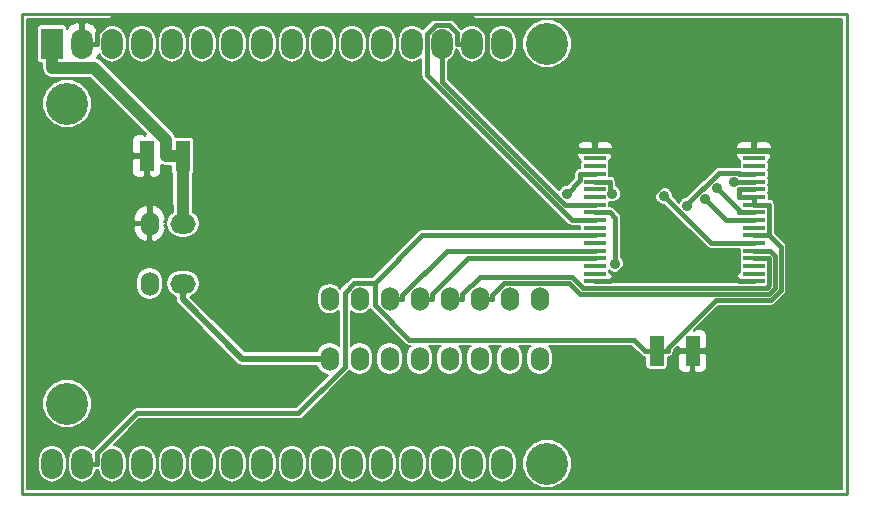
<source format=gbl>
G04 #@! TF.FileFunction,Copper,L2,Bot,Signal*
%FSLAX46Y46*%
G04 Gerber Fmt 4.6, Leading zero omitted, Abs format (unit mm)*
G04 Created by KiCad (PCBNEW 4.1.0-alpha+201608010716+6997~46~ubuntu16.04.1-product) date Mon Aug  8 14:57:05 2016*
%MOMM*%
%LPD*%
G01*
G04 APERTURE LIST*
%ADD10C,0.100000*%
%ADD11C,0.228600*%
%ADD12R,1.270000X2.540000*%
%ADD13O,1.524000X2.032000*%
%ADD14O,2.159000X1.651000*%
%ADD15R,1.830000X0.450000*%
%ADD16O,1.854200X2.540000*%
%ADD17R,1.854200X2.540000*%
%ADD18C,3.556000*%
%ADD19C,0.889000*%
%ADD20C,0.406400*%
%ADD21C,1.016000*%
%ADD22C,0.508000*%
%ADD23C,0.203200*%
G04 APERTURE END LIST*
D10*
D11*
X143510000Y-79375000D02*
X73660000Y-79375000D01*
X143510000Y-120015000D02*
X143510000Y-79375000D01*
X73660000Y-120015000D02*
X143510000Y-120015000D01*
X73660000Y-79375000D02*
X73660000Y-120015000D01*
D12*
X87249000Y-91440000D03*
X84201000Y-91440000D03*
X127381000Y-107950000D03*
X130429000Y-107950000D03*
D13*
X84455000Y-102235000D03*
X84455000Y-97155000D03*
X117475000Y-108585000D03*
X117475000Y-103505000D03*
X114935000Y-108585000D03*
X114935000Y-103505000D03*
X112395000Y-108585000D03*
X112395000Y-103505000D03*
X109855000Y-108585000D03*
X109855000Y-103505000D03*
X107315000Y-108585000D03*
X107315000Y-103505000D03*
X104775000Y-108585000D03*
X104775000Y-103505000D03*
X102235000Y-108585000D03*
X102235000Y-103505000D03*
X99695000Y-108585000D03*
X99695000Y-103505000D03*
D14*
X87274400Y-97155000D03*
X87274400Y-102235000D03*
D15*
X135645000Y-90995000D03*
X135645000Y-91645000D03*
X135645000Y-92295000D03*
X135645000Y-92945000D03*
X135645000Y-93595000D03*
X135645000Y-94245000D03*
X135645000Y-94895000D03*
X135645000Y-95545000D03*
X135645000Y-96195000D03*
X135645000Y-96845000D03*
X135645000Y-97495000D03*
X135645000Y-98145000D03*
X135645000Y-98795000D03*
X135645000Y-99445000D03*
X135645000Y-100095000D03*
X135645000Y-100745000D03*
X135645000Y-101395000D03*
X135645000Y-102045000D03*
X122165000Y-102045000D03*
X122165000Y-101395000D03*
X122165000Y-100745000D03*
X122165000Y-100095000D03*
X122165000Y-99445000D03*
X122165000Y-98795000D03*
X122165000Y-98145000D03*
X122165000Y-97495000D03*
X122165000Y-96845000D03*
X122165000Y-96195000D03*
X122165000Y-95545000D03*
X122165000Y-94895000D03*
X122165000Y-94245000D03*
X122165000Y-93595000D03*
X122165000Y-92945000D03*
X122165000Y-92295000D03*
X122165000Y-91645000D03*
X122165000Y-90995000D03*
D16*
X78740000Y-81915000D03*
X81280000Y-81915000D03*
D17*
X76200000Y-81915000D03*
D16*
X83820000Y-81915000D03*
X86360000Y-81915000D03*
X88900000Y-81915000D03*
X91440000Y-81915000D03*
X93980000Y-81915000D03*
X96520000Y-81915000D03*
X99060000Y-81915000D03*
X101600000Y-81915000D03*
X104140000Y-81915000D03*
X106680000Y-81915000D03*
X109220000Y-81915000D03*
X111760000Y-81915000D03*
X114300000Y-81915000D03*
X114300000Y-117475000D03*
X111760000Y-117475000D03*
X109220000Y-117475000D03*
X106680000Y-117475000D03*
X104140000Y-117475000D03*
X101600000Y-117475000D03*
X99060000Y-117475000D03*
X96520000Y-117475000D03*
X93980000Y-117475000D03*
X91440000Y-117475000D03*
X88900000Y-117475000D03*
X86360000Y-117475000D03*
X83820000Y-117475000D03*
X81280000Y-117475000D03*
X78740000Y-117475000D03*
X76200000Y-117475000D03*
D18*
X77470000Y-86995000D03*
X77470000Y-112395000D03*
X118110000Y-117475000D03*
X118110000Y-81915000D03*
D19*
X129986500Y-95662300D03*
X133929400Y-93615700D03*
X123638300Y-94616300D03*
X119805000Y-94611200D03*
X132495100Y-94106700D03*
X128002300Y-94802200D03*
X131484300Y-95094500D03*
X123894600Y-100549500D03*
D20*
X84455000Y-93294200D02*
X84201000Y-93040200D01*
X84455000Y-97155000D02*
X84455000Y-93294200D01*
X84201000Y-91440000D02*
X84201000Y-93040200D01*
X135645000Y-102045000D02*
X134399800Y-102045000D01*
X122165000Y-102045000D02*
X123410200Y-102045000D01*
X123459300Y-102045000D02*
X127077600Y-98426700D01*
X123410200Y-102045000D02*
X123459300Y-102045000D01*
X130781500Y-98426700D02*
X134399800Y-102045000D01*
X127077600Y-98426700D02*
X130781500Y-98426700D01*
X122165000Y-90995000D02*
X123410200Y-90995000D01*
X123410200Y-90995000D02*
X127077600Y-94662400D01*
X127077600Y-94662400D02*
X127077600Y-98426700D01*
X130745000Y-90995000D02*
X135645000Y-90995000D01*
X127077600Y-94662400D02*
X130745000Y-90995000D01*
X133548400Y-107950000D02*
X130429000Y-107950000D01*
X138442400Y-103056000D02*
X133548400Y-107950000D01*
X138442400Y-92547200D02*
X138442400Y-103056000D01*
X136890200Y-90995000D02*
X138442400Y-92547200D01*
X135645000Y-90995000D02*
X136890200Y-90995000D01*
X113030000Y-83105200D02*
X120919800Y-90995000D01*
X113030000Y-81061600D02*
X113030000Y-83105200D01*
X111739800Y-79771400D02*
X113030000Y-81061600D01*
X81276500Y-79771400D02*
X111739800Y-79771400D01*
X79997300Y-81050600D02*
X81276500Y-79771400D01*
X79997300Y-81915000D02*
X79997300Y-81050600D01*
X78740000Y-81915000D02*
X79997300Y-81915000D01*
X122165000Y-90995000D02*
X120919800Y-90995000D01*
D21*
X85851700Y-90042700D02*
X85851700Y-91440000D01*
X79756300Y-83947300D02*
X85851700Y-90042700D01*
X76200000Y-83947300D02*
X79756300Y-83947300D01*
X76200000Y-81915000D02*
X76200000Y-83947300D01*
X87249000Y-91440000D02*
X85851700Y-91440000D01*
X87249000Y-95541800D02*
X87249000Y-91440000D01*
X87274400Y-95567200D02*
X87249000Y-95541800D01*
X87274400Y-97155000D02*
X87274400Y-95567200D01*
D20*
X135645000Y-98145000D02*
X136890200Y-98145000D01*
X127381000Y-107950000D02*
X128346200Y-107950000D01*
X135645000Y-95545000D02*
X136890200Y-95545000D01*
X137906800Y-99161600D02*
X136890200Y-98145000D01*
X137906800Y-102815600D02*
X137906800Y-99161600D01*
X137112600Y-103609800D02*
X137906800Y-102815600D01*
X132414900Y-103609800D02*
X137112600Y-103609800D01*
X128346200Y-107678500D02*
X132414900Y-103609800D01*
X128346200Y-107950000D02*
X128346200Y-107678500D01*
X136890200Y-98145000D02*
X136890200Y-95545000D01*
X135645000Y-95545000D02*
X135645000Y-94895000D01*
X134399800Y-94895000D02*
X134399800Y-94245000D01*
X135645000Y-94895000D02*
X134399800Y-94895000D01*
X135645000Y-94245000D02*
X134399800Y-94245000D01*
X78740000Y-117475000D02*
X79997300Y-117475000D01*
X127381000Y-107950000D02*
X126415800Y-107950000D01*
X101785400Y-102176400D02*
X103505000Y-102176400D01*
X100965000Y-102996800D02*
X101785400Y-102176400D01*
X100965000Y-109309500D02*
X100965000Y-102996800D01*
X97059300Y-113215200D02*
X100965000Y-109309500D01*
X83392700Y-113215200D02*
X97059300Y-113215200D01*
X79997300Y-116610600D02*
X83392700Y-113215200D01*
X79997300Y-117475000D02*
X79997300Y-116610600D01*
X107536400Y-98145000D02*
X103505000Y-102176400D01*
X122165000Y-98145000D02*
X107536400Y-98145000D01*
X125450600Y-106984800D02*
X126415800Y-107950000D01*
X106449100Y-106984800D02*
X125450600Y-106984800D01*
X103505000Y-104040700D02*
X106449100Y-106984800D01*
X103505000Y-102176400D02*
X103505000Y-104040700D01*
D22*
X92290600Y-108585000D02*
X87274400Y-103568800D01*
X99695000Y-108585000D02*
X92290600Y-108585000D01*
X87274400Y-102235000D02*
X87274400Y-103568800D01*
D20*
X135645000Y-92945000D02*
X134399800Y-92945000D01*
X129986500Y-95532200D02*
X129986500Y-95662300D01*
X132652600Y-92866100D02*
X129986500Y-95532200D01*
X134320900Y-92866100D02*
X132652600Y-92866100D01*
X134399800Y-92945000D02*
X134320900Y-92866100D01*
X135645000Y-93595000D02*
X134399800Y-93595000D01*
X134379100Y-93615700D02*
X134399800Y-93595000D01*
X133929400Y-93615700D02*
X134379100Y-93615700D01*
X112395000Y-103505000D02*
X113487200Y-103505000D01*
X135645000Y-99445000D02*
X136890200Y-99445000D01*
X136890200Y-99445100D02*
X136890200Y-99445000D01*
X136959200Y-99445100D02*
X136890200Y-99445100D01*
X137398500Y-99884400D02*
X136959200Y-99445100D01*
X137398500Y-102605000D02*
X137398500Y-99884400D01*
X136920100Y-103083400D02*
X137398500Y-102605000D01*
X120913000Y-103083400D02*
X136920100Y-103083400D01*
X120003400Y-102173800D02*
X120913000Y-103083400D01*
X114475500Y-102173800D02*
X120003400Y-102173800D01*
X113487200Y-103162100D02*
X114475500Y-102173800D01*
X113487200Y-103505000D02*
X113487200Y-103162100D01*
X135645000Y-100095000D02*
X136890200Y-100095000D01*
X109855000Y-103505000D02*
X110947200Y-103505000D01*
X136890200Y-102394400D02*
X136890200Y-100095000D01*
X136709500Y-102575100D02*
X136890200Y-102394400D01*
X121123600Y-102575100D02*
X136709500Y-102575100D01*
X120195400Y-101646900D02*
X121123600Y-102575100D01*
X112452000Y-101646900D02*
X120195400Y-101646900D01*
X110947200Y-103151700D02*
X112452000Y-101646900D01*
X110947200Y-103505000D02*
X110947200Y-103151700D01*
X111407600Y-100095000D02*
X122165000Y-100095000D01*
X108407200Y-103095400D02*
X111407600Y-100095000D01*
X108407200Y-103505000D02*
X108407200Y-103095400D01*
X107315000Y-103505000D02*
X108407200Y-103505000D01*
X104775000Y-103505000D02*
X105867200Y-103505000D01*
X109604300Y-99445000D02*
X122165000Y-99445000D01*
X105867200Y-103182100D02*
X109604300Y-99445000D01*
X105867200Y-103505000D02*
X105867200Y-103182100D01*
X123410200Y-94388200D02*
X123638300Y-94616300D01*
X123410200Y-93595000D02*
X123410200Y-94388200D01*
X122165000Y-93595000D02*
X123410200Y-93595000D01*
X122165000Y-92945000D02*
X120919800Y-92945000D01*
X120919800Y-93496400D02*
X119805000Y-94611200D01*
X120919800Y-92945000D02*
X120919800Y-93496400D01*
X135645000Y-96195000D02*
X134399800Y-96195000D01*
X134399800Y-96011400D02*
X132495100Y-94106700D01*
X134399800Y-96195000D02*
X134399800Y-96011400D01*
X135645000Y-98795000D02*
X134399800Y-98795000D01*
X131995100Y-98795000D02*
X128002300Y-94802200D01*
X134399800Y-98795000D02*
X131995100Y-98795000D01*
X133234800Y-96845000D02*
X135645000Y-96845000D01*
X131484300Y-95094500D02*
X133234800Y-96845000D01*
X109220100Y-83515200D02*
X109220000Y-83515200D01*
X109220100Y-85145100D02*
X109220100Y-83515200D01*
X119620000Y-95545000D02*
X109220100Y-85145100D01*
X122165000Y-95545000D02*
X119620000Y-95545000D01*
X109220000Y-81915000D02*
X109220000Y-83515200D01*
X120190000Y-96845000D02*
X122165000Y-96845000D01*
X107950100Y-84605100D02*
X120190000Y-96845000D01*
X107950100Y-81073200D02*
X107950100Y-84605100D01*
X108704600Y-80318700D02*
X107950100Y-81073200D01*
X109770800Y-80318700D02*
X108704600Y-80318700D01*
X110502700Y-81050600D02*
X109770800Y-80318700D01*
X110502700Y-81915000D02*
X110502700Y-81050600D01*
X111760000Y-81915000D02*
X110502700Y-81915000D01*
X123894600Y-96679400D02*
X123410200Y-96195000D01*
X123894600Y-100549500D02*
X123894600Y-96679400D01*
X122165000Y-96195000D02*
X123410200Y-96195000D01*
D23*
G36*
X143090900Y-119595900D02*
X74079100Y-119595900D01*
X74079100Y-117101248D01*
X74968100Y-117101248D01*
X74968100Y-117848752D01*
X75061873Y-118320180D01*
X75328915Y-118719837D01*
X75728572Y-118986879D01*
X76200000Y-119080652D01*
X76671428Y-118986879D01*
X77071085Y-118719837D01*
X77338127Y-118320180D01*
X77431900Y-117848752D01*
X77431900Y-117101248D01*
X77508100Y-117101248D01*
X77508100Y-117848752D01*
X77601873Y-118320180D01*
X77868915Y-118719837D01*
X78268572Y-118986879D01*
X78740000Y-119080652D01*
X79211428Y-118986879D01*
X79611085Y-118719837D01*
X79878127Y-118320180D01*
X79945196Y-117983000D01*
X79997300Y-117983000D01*
X80071854Y-117968170D01*
X80141873Y-118320180D01*
X80408915Y-118719837D01*
X80808572Y-118986879D01*
X81280000Y-119080652D01*
X81751428Y-118986879D01*
X82151085Y-118719837D01*
X82418127Y-118320180D01*
X82511900Y-117848752D01*
X82511900Y-117101248D01*
X82588100Y-117101248D01*
X82588100Y-117848752D01*
X82681873Y-118320180D01*
X82948915Y-118719837D01*
X83348572Y-118986879D01*
X83820000Y-119080652D01*
X84291428Y-118986879D01*
X84691085Y-118719837D01*
X84958127Y-118320180D01*
X85051900Y-117848752D01*
X85051900Y-117101248D01*
X85128100Y-117101248D01*
X85128100Y-117848752D01*
X85221873Y-118320180D01*
X85488915Y-118719837D01*
X85888572Y-118986879D01*
X86360000Y-119080652D01*
X86831428Y-118986879D01*
X87231085Y-118719837D01*
X87498127Y-118320180D01*
X87591900Y-117848752D01*
X87591900Y-117101248D01*
X87668100Y-117101248D01*
X87668100Y-117848752D01*
X87761873Y-118320180D01*
X88028915Y-118719837D01*
X88428572Y-118986879D01*
X88900000Y-119080652D01*
X89371428Y-118986879D01*
X89771085Y-118719837D01*
X90038127Y-118320180D01*
X90131900Y-117848752D01*
X90131900Y-117101248D01*
X90208100Y-117101248D01*
X90208100Y-117848752D01*
X90301873Y-118320180D01*
X90568915Y-118719837D01*
X90968572Y-118986879D01*
X91440000Y-119080652D01*
X91911428Y-118986879D01*
X92311085Y-118719837D01*
X92578127Y-118320180D01*
X92671900Y-117848752D01*
X92671900Y-117101248D01*
X92748100Y-117101248D01*
X92748100Y-117848752D01*
X92841873Y-118320180D01*
X93108915Y-118719837D01*
X93508572Y-118986879D01*
X93980000Y-119080652D01*
X94451428Y-118986879D01*
X94851085Y-118719837D01*
X95118127Y-118320180D01*
X95211900Y-117848752D01*
X95211900Y-117101248D01*
X95288100Y-117101248D01*
X95288100Y-117848752D01*
X95381873Y-118320180D01*
X95648915Y-118719837D01*
X96048572Y-118986879D01*
X96520000Y-119080652D01*
X96991428Y-118986879D01*
X97391085Y-118719837D01*
X97658127Y-118320180D01*
X97751900Y-117848752D01*
X97751900Y-117101248D01*
X97828100Y-117101248D01*
X97828100Y-117848752D01*
X97921873Y-118320180D01*
X98188915Y-118719837D01*
X98588572Y-118986879D01*
X99060000Y-119080652D01*
X99531428Y-118986879D01*
X99931085Y-118719837D01*
X100198127Y-118320180D01*
X100291900Y-117848752D01*
X100291900Y-117101248D01*
X100368100Y-117101248D01*
X100368100Y-117848752D01*
X100461873Y-118320180D01*
X100728915Y-118719837D01*
X101128572Y-118986879D01*
X101600000Y-119080652D01*
X102071428Y-118986879D01*
X102471085Y-118719837D01*
X102738127Y-118320180D01*
X102831900Y-117848752D01*
X102831900Y-117101248D01*
X102908100Y-117101248D01*
X102908100Y-117848752D01*
X103001873Y-118320180D01*
X103268915Y-118719837D01*
X103668572Y-118986879D01*
X104140000Y-119080652D01*
X104611428Y-118986879D01*
X105011085Y-118719837D01*
X105278127Y-118320180D01*
X105371900Y-117848752D01*
X105371900Y-117101248D01*
X105448100Y-117101248D01*
X105448100Y-117848752D01*
X105541873Y-118320180D01*
X105808915Y-118719837D01*
X106208572Y-118986879D01*
X106680000Y-119080652D01*
X107151428Y-118986879D01*
X107551085Y-118719837D01*
X107818127Y-118320180D01*
X107911900Y-117848752D01*
X107911900Y-117101248D01*
X107988100Y-117101248D01*
X107988100Y-117848752D01*
X108081873Y-118320180D01*
X108348915Y-118719837D01*
X108748572Y-118986879D01*
X109220000Y-119080652D01*
X109691428Y-118986879D01*
X110091085Y-118719837D01*
X110358127Y-118320180D01*
X110451900Y-117848752D01*
X110451900Y-117101248D01*
X110528100Y-117101248D01*
X110528100Y-117848752D01*
X110621873Y-118320180D01*
X110888915Y-118719837D01*
X111288572Y-118986879D01*
X111760000Y-119080652D01*
X112231428Y-118986879D01*
X112631085Y-118719837D01*
X112898127Y-118320180D01*
X112991900Y-117848752D01*
X112991900Y-117101248D01*
X113068100Y-117101248D01*
X113068100Y-117848752D01*
X113161873Y-118320180D01*
X113428915Y-118719837D01*
X113828572Y-118986879D01*
X114300000Y-119080652D01*
X114771428Y-118986879D01*
X115171085Y-118719837D01*
X115438127Y-118320180D01*
X115524197Y-117887477D01*
X116026840Y-117887477D01*
X116343259Y-118653270D01*
X116928648Y-119239682D01*
X117693888Y-119557437D01*
X118522477Y-119558160D01*
X119288270Y-119241741D01*
X119874682Y-118656352D01*
X120192437Y-117891112D01*
X120193160Y-117062523D01*
X119876741Y-116296730D01*
X119291352Y-115710318D01*
X118526112Y-115392563D01*
X117697523Y-115391840D01*
X116931730Y-115708259D01*
X116345318Y-116293648D01*
X116027563Y-117058888D01*
X116026840Y-117887477D01*
X115524197Y-117887477D01*
X115531900Y-117848752D01*
X115531900Y-117101248D01*
X115438127Y-116629820D01*
X115171085Y-116230163D01*
X114771428Y-115963121D01*
X114300000Y-115869348D01*
X113828572Y-115963121D01*
X113428915Y-116230163D01*
X113161873Y-116629820D01*
X113068100Y-117101248D01*
X112991900Y-117101248D01*
X112898127Y-116629820D01*
X112631085Y-116230163D01*
X112231428Y-115963121D01*
X111760000Y-115869348D01*
X111288572Y-115963121D01*
X110888915Y-116230163D01*
X110621873Y-116629820D01*
X110528100Y-117101248D01*
X110451900Y-117101248D01*
X110358127Y-116629820D01*
X110091085Y-116230163D01*
X109691428Y-115963121D01*
X109220000Y-115869348D01*
X108748572Y-115963121D01*
X108348915Y-116230163D01*
X108081873Y-116629820D01*
X107988100Y-117101248D01*
X107911900Y-117101248D01*
X107818127Y-116629820D01*
X107551085Y-116230163D01*
X107151428Y-115963121D01*
X106680000Y-115869348D01*
X106208572Y-115963121D01*
X105808915Y-116230163D01*
X105541873Y-116629820D01*
X105448100Y-117101248D01*
X105371900Y-117101248D01*
X105278127Y-116629820D01*
X105011085Y-116230163D01*
X104611428Y-115963121D01*
X104140000Y-115869348D01*
X103668572Y-115963121D01*
X103268915Y-116230163D01*
X103001873Y-116629820D01*
X102908100Y-117101248D01*
X102831900Y-117101248D01*
X102738127Y-116629820D01*
X102471085Y-116230163D01*
X102071428Y-115963121D01*
X101600000Y-115869348D01*
X101128572Y-115963121D01*
X100728915Y-116230163D01*
X100461873Y-116629820D01*
X100368100Y-117101248D01*
X100291900Y-117101248D01*
X100198127Y-116629820D01*
X99931085Y-116230163D01*
X99531428Y-115963121D01*
X99060000Y-115869348D01*
X98588572Y-115963121D01*
X98188915Y-116230163D01*
X97921873Y-116629820D01*
X97828100Y-117101248D01*
X97751900Y-117101248D01*
X97658127Y-116629820D01*
X97391085Y-116230163D01*
X96991428Y-115963121D01*
X96520000Y-115869348D01*
X96048572Y-115963121D01*
X95648915Y-116230163D01*
X95381873Y-116629820D01*
X95288100Y-117101248D01*
X95211900Y-117101248D01*
X95118127Y-116629820D01*
X94851085Y-116230163D01*
X94451428Y-115963121D01*
X93980000Y-115869348D01*
X93508572Y-115963121D01*
X93108915Y-116230163D01*
X92841873Y-116629820D01*
X92748100Y-117101248D01*
X92671900Y-117101248D01*
X92578127Y-116629820D01*
X92311085Y-116230163D01*
X91911428Y-115963121D01*
X91440000Y-115869348D01*
X90968572Y-115963121D01*
X90568915Y-116230163D01*
X90301873Y-116629820D01*
X90208100Y-117101248D01*
X90131900Y-117101248D01*
X90038127Y-116629820D01*
X89771085Y-116230163D01*
X89371428Y-115963121D01*
X88900000Y-115869348D01*
X88428572Y-115963121D01*
X88028915Y-116230163D01*
X87761873Y-116629820D01*
X87668100Y-117101248D01*
X87591900Y-117101248D01*
X87498127Y-116629820D01*
X87231085Y-116230163D01*
X86831428Y-115963121D01*
X86360000Y-115869348D01*
X85888572Y-115963121D01*
X85488915Y-116230163D01*
X85221873Y-116629820D01*
X85128100Y-117101248D01*
X85051900Y-117101248D01*
X84958127Y-116629820D01*
X84691085Y-116230163D01*
X84291428Y-115963121D01*
X83820000Y-115869348D01*
X83348572Y-115963121D01*
X82948915Y-116230163D01*
X82681873Y-116629820D01*
X82588100Y-117101248D01*
X82511900Y-117101248D01*
X82418127Y-116629820D01*
X82151085Y-116230163D01*
X81751428Y-115963121D01*
X81427610Y-115898710D01*
X83603120Y-113723200D01*
X97059300Y-113723200D01*
X97253703Y-113684531D01*
X97418510Y-113574410D01*
X101324210Y-109668710D01*
X101388675Y-109572231D01*
X101444737Y-109656134D01*
X101807313Y-109898399D01*
X102235000Y-109983471D01*
X102662687Y-109898399D01*
X103025263Y-109656134D01*
X103267528Y-109293558D01*
X103352600Y-108865871D01*
X103352600Y-108304129D01*
X103657400Y-108304129D01*
X103657400Y-108865871D01*
X103742472Y-109293558D01*
X103984737Y-109656134D01*
X104347313Y-109898399D01*
X104775000Y-109983471D01*
X105202687Y-109898399D01*
X105565263Y-109656134D01*
X105807528Y-109293558D01*
X105892600Y-108865871D01*
X105892600Y-108304129D01*
X105807528Y-107876442D01*
X105565263Y-107513866D01*
X105202687Y-107271601D01*
X104775000Y-107186529D01*
X104347313Y-107271601D01*
X103984737Y-107513866D01*
X103742472Y-107876442D01*
X103657400Y-108304129D01*
X103352600Y-108304129D01*
X103267528Y-107876442D01*
X103025263Y-107513866D01*
X102662687Y-107271601D01*
X102235000Y-107186529D01*
X101807313Y-107271601D01*
X101473000Y-107494981D01*
X101473000Y-104527757D01*
X101480658Y-104539218D01*
X101826753Y-104770471D01*
X102235000Y-104851676D01*
X102643247Y-104770471D01*
X102989342Y-104539218D01*
X103114107Y-104352493D01*
X103145790Y-104399910D01*
X106089890Y-107344010D01*
X106254696Y-107454131D01*
X106449100Y-107492800D01*
X106556265Y-107492800D01*
X106524737Y-107513866D01*
X106282472Y-107876442D01*
X106197400Y-108304129D01*
X106197400Y-108865871D01*
X106282472Y-109293558D01*
X106524737Y-109656134D01*
X106887313Y-109898399D01*
X107315000Y-109983471D01*
X107742687Y-109898399D01*
X108105263Y-109656134D01*
X108347528Y-109293558D01*
X108432600Y-108865871D01*
X108432600Y-108304129D01*
X108347528Y-107876442D01*
X108105263Y-107513866D01*
X108073735Y-107492800D01*
X109096265Y-107492800D01*
X109064737Y-107513866D01*
X108822472Y-107876442D01*
X108737400Y-108304129D01*
X108737400Y-108865871D01*
X108822472Y-109293558D01*
X109064737Y-109656134D01*
X109427313Y-109898399D01*
X109855000Y-109983471D01*
X110282687Y-109898399D01*
X110645263Y-109656134D01*
X110887528Y-109293558D01*
X110972600Y-108865871D01*
X110972600Y-108304129D01*
X110887528Y-107876442D01*
X110645263Y-107513866D01*
X110613735Y-107492800D01*
X111636265Y-107492800D01*
X111604737Y-107513866D01*
X111362472Y-107876442D01*
X111277400Y-108304129D01*
X111277400Y-108865871D01*
X111362472Y-109293558D01*
X111604737Y-109656134D01*
X111967313Y-109898399D01*
X112395000Y-109983471D01*
X112822687Y-109898399D01*
X113185263Y-109656134D01*
X113427528Y-109293558D01*
X113512600Y-108865871D01*
X113512600Y-108304129D01*
X113427528Y-107876442D01*
X113185263Y-107513866D01*
X113153735Y-107492800D01*
X114176265Y-107492800D01*
X114144737Y-107513866D01*
X113902472Y-107876442D01*
X113817400Y-108304129D01*
X113817400Y-108865871D01*
X113902472Y-109293558D01*
X114144737Y-109656134D01*
X114507313Y-109898399D01*
X114935000Y-109983471D01*
X115362687Y-109898399D01*
X115725263Y-109656134D01*
X115967528Y-109293558D01*
X116052600Y-108865871D01*
X116052600Y-108304129D01*
X115967528Y-107876442D01*
X115725263Y-107513866D01*
X115693735Y-107492800D01*
X116716265Y-107492800D01*
X116684737Y-107513866D01*
X116442472Y-107876442D01*
X116357400Y-108304129D01*
X116357400Y-108865871D01*
X116442472Y-109293558D01*
X116684737Y-109656134D01*
X117047313Y-109898399D01*
X117475000Y-109983471D01*
X117902687Y-109898399D01*
X118265263Y-109656134D01*
X118507528Y-109293558D01*
X118592600Y-108865871D01*
X118592600Y-108304129D01*
X118507528Y-107876442D01*
X118265263Y-107513866D01*
X118233735Y-107492800D01*
X125240180Y-107492800D01*
X126056590Y-108309210D01*
X126221397Y-108419331D01*
X126415800Y-108458000D01*
X126435229Y-108458000D01*
X126435229Y-109220000D01*
X126458885Y-109338927D01*
X126526252Y-109439748D01*
X126627073Y-109507115D01*
X126746000Y-109530771D01*
X128016000Y-109530771D01*
X128134927Y-109507115D01*
X128235748Y-109439748D01*
X128303115Y-109338927D01*
X128326771Y-109220000D01*
X128326771Y-108458000D01*
X128346200Y-108458000D01*
X128540603Y-108419331D01*
X128705410Y-108309210D01*
X128741765Y-108254800D01*
X129184400Y-108254800D01*
X129184400Y-109341257D01*
X129277206Y-109565311D01*
X129448689Y-109736794D01*
X129672743Y-109829600D01*
X130124200Y-109829600D01*
X130276600Y-109677200D01*
X130276600Y-108102400D01*
X130581400Y-108102400D01*
X130581400Y-109677200D01*
X130733800Y-109829600D01*
X131185257Y-109829600D01*
X131409311Y-109736794D01*
X131580794Y-109565311D01*
X131673600Y-109341257D01*
X131673600Y-108254800D01*
X131521200Y-108102400D01*
X130581400Y-108102400D01*
X130276600Y-108102400D01*
X129336800Y-108102400D01*
X129184400Y-108254800D01*
X128741765Y-108254800D01*
X128815531Y-108144403D01*
X128854200Y-107950000D01*
X128854200Y-107888920D01*
X129184400Y-107558720D01*
X129184400Y-107645200D01*
X129336800Y-107797600D01*
X130276600Y-107797600D01*
X130276600Y-107777600D01*
X130581400Y-107777600D01*
X130581400Y-107797600D01*
X131521200Y-107797600D01*
X131673600Y-107645200D01*
X131673600Y-106558743D01*
X131580794Y-106334689D01*
X131409311Y-106163206D01*
X131185257Y-106070400D01*
X130733800Y-106070400D01*
X130581402Y-106222798D01*
X130581402Y-106161718D01*
X132625320Y-104117800D01*
X137112600Y-104117800D01*
X137307003Y-104079131D01*
X137471810Y-103969010D01*
X138266010Y-103174811D01*
X138376131Y-103010004D01*
X138386615Y-102957297D01*
X138414800Y-102815600D01*
X138414800Y-99161600D01*
X138376131Y-98967197D01*
X138355954Y-98937000D01*
X138266011Y-98802390D01*
X137398200Y-97934580D01*
X137398200Y-95545000D01*
X137359531Y-95350597D01*
X137249410Y-95185790D01*
X137084603Y-95075669D01*
X136890200Y-95037000D01*
X136870771Y-95037000D01*
X136870771Y-94670000D01*
X136850880Y-94570000D01*
X136870771Y-94470000D01*
X136870771Y-94020000D01*
X136850880Y-93920000D01*
X136870771Y-93820000D01*
X136870771Y-93370000D01*
X136850880Y-93270000D01*
X136870771Y-93170000D01*
X136870771Y-92720000D01*
X136850880Y-92620000D01*
X136870771Y-92520000D01*
X136870771Y-92070000D01*
X136850880Y-91970000D01*
X136870771Y-91870000D01*
X136870771Y-91751101D01*
X136905311Y-91736794D01*
X137076794Y-91565311D01*
X137169600Y-91341257D01*
X137169600Y-91259900D01*
X137017200Y-91107500D01*
X135797400Y-91107500D01*
X135797400Y-91109229D01*
X135492600Y-91109229D01*
X135492600Y-91107500D01*
X134272800Y-91107500D01*
X134120400Y-91259900D01*
X134120400Y-91341257D01*
X134213206Y-91565311D01*
X134384689Y-91736794D01*
X134419229Y-91751101D01*
X134419229Y-91870000D01*
X134439120Y-91970000D01*
X134419229Y-92070000D01*
X134419229Y-92377659D01*
X134320900Y-92358100D01*
X132652600Y-92358100D01*
X132458197Y-92396769D01*
X132293390Y-92506890D01*
X129887367Y-94912913D01*
X129838109Y-94912870D01*
X129562610Y-95026704D01*
X129351644Y-95237301D01*
X129294189Y-95375669D01*
X128751574Y-94833054D01*
X128751730Y-94653809D01*
X128637896Y-94378310D01*
X128427299Y-94167344D01*
X128151999Y-94053030D01*
X127853909Y-94052770D01*
X127578410Y-94166604D01*
X127367444Y-94377201D01*
X127253130Y-94652501D01*
X127252870Y-94950591D01*
X127366704Y-95226090D01*
X127577301Y-95437056D01*
X127852601Y-95551370D01*
X128033208Y-95551528D01*
X131635890Y-99154210D01*
X131800697Y-99264331D01*
X131995100Y-99303000D01*
X134419229Y-99303000D01*
X134419229Y-99670000D01*
X134439120Y-99770000D01*
X134419229Y-99870000D01*
X134419229Y-100320000D01*
X134439120Y-100420000D01*
X134419229Y-100520000D01*
X134419229Y-100970000D01*
X134439120Y-101070000D01*
X134419229Y-101170000D01*
X134419229Y-101288899D01*
X134384689Y-101303206D01*
X134213206Y-101474689D01*
X134120400Y-101698743D01*
X134120400Y-101780100D01*
X134272800Y-101932500D01*
X135492600Y-101932500D01*
X135492600Y-101930771D01*
X135797400Y-101930771D01*
X135797400Y-101932500D01*
X135817400Y-101932500D01*
X135817400Y-102067100D01*
X121992600Y-102067100D01*
X121992600Y-101932500D01*
X122012600Y-101932500D01*
X122012600Y-101930771D01*
X122317400Y-101930771D01*
X122317400Y-101932500D01*
X123537200Y-101932500D01*
X123689600Y-101780100D01*
X123689600Y-101698743D01*
X123596794Y-101474689D01*
X123425311Y-101303206D01*
X123390771Y-101288899D01*
X123390771Y-101170000D01*
X123374721Y-101089309D01*
X123469601Y-101184356D01*
X123744901Y-101298670D01*
X124042991Y-101298930D01*
X124318490Y-101185096D01*
X124529456Y-100974499D01*
X124643770Y-100699199D01*
X124644030Y-100401109D01*
X124530196Y-100125610D01*
X124402600Y-99997790D01*
X124402600Y-96679400D01*
X124363931Y-96484997D01*
X124253810Y-96320190D01*
X123769410Y-95835790D01*
X123604603Y-95725669D01*
X123410200Y-95687000D01*
X123390771Y-95687000D01*
X123390771Y-95324848D01*
X123488601Y-95365470D01*
X123786691Y-95365730D01*
X124062190Y-95251896D01*
X124273156Y-95041299D01*
X124387470Y-94765999D01*
X124387730Y-94467909D01*
X124273896Y-94192410D01*
X124063299Y-93981444D01*
X123918200Y-93921194D01*
X123918200Y-93595000D01*
X123879531Y-93400597D01*
X123769410Y-93235790D01*
X123604603Y-93125669D01*
X123410200Y-93087000D01*
X123390771Y-93087000D01*
X123390771Y-92720000D01*
X123370880Y-92620000D01*
X123390771Y-92520000D01*
X123390771Y-92070000D01*
X123370880Y-91970000D01*
X123390771Y-91870000D01*
X123390771Y-91751101D01*
X123425311Y-91736794D01*
X123596794Y-91565311D01*
X123689600Y-91341257D01*
X123689600Y-91259900D01*
X123537200Y-91107500D01*
X122317400Y-91107500D01*
X122317400Y-91109229D01*
X122012600Y-91109229D01*
X122012600Y-91107500D01*
X120792800Y-91107500D01*
X120640400Y-91259900D01*
X120640400Y-91341257D01*
X120733206Y-91565311D01*
X120904689Y-91736794D01*
X120939229Y-91751101D01*
X120939229Y-91870000D01*
X120959120Y-91970000D01*
X120939229Y-92070000D01*
X120939229Y-92437000D01*
X120919800Y-92437000D01*
X120725397Y-92475669D01*
X120560590Y-92585790D01*
X120450469Y-92750597D01*
X120411800Y-92945000D01*
X120411800Y-93285980D01*
X119835854Y-93861926D01*
X119656609Y-93861770D01*
X119381110Y-93975604D01*
X119170144Y-94186201D01*
X119114244Y-94320823D01*
X115442164Y-90648743D01*
X120640400Y-90648743D01*
X120640400Y-90730100D01*
X120792800Y-90882500D01*
X122012600Y-90882500D01*
X122012600Y-90312800D01*
X122317400Y-90312800D01*
X122317400Y-90882500D01*
X123537200Y-90882500D01*
X123689600Y-90730100D01*
X123689600Y-90648743D01*
X134120400Y-90648743D01*
X134120400Y-90730100D01*
X134272800Y-90882500D01*
X135492600Y-90882500D01*
X135492600Y-90312800D01*
X135797400Y-90312800D01*
X135797400Y-90882500D01*
X137017200Y-90882500D01*
X137169600Y-90730100D01*
X137169600Y-90648743D01*
X137076794Y-90424689D01*
X136905311Y-90253206D01*
X136681257Y-90160400D01*
X135949800Y-90160400D01*
X135797400Y-90312800D01*
X135492600Y-90312800D01*
X135340200Y-90160400D01*
X134608743Y-90160400D01*
X134384689Y-90253206D01*
X134213206Y-90424689D01*
X134120400Y-90648743D01*
X123689600Y-90648743D01*
X123596794Y-90424689D01*
X123425311Y-90253206D01*
X123201257Y-90160400D01*
X122469800Y-90160400D01*
X122317400Y-90312800D01*
X122012600Y-90312800D01*
X121860200Y-90160400D01*
X121128743Y-90160400D01*
X120904689Y-90253206D01*
X120733206Y-90424689D01*
X120640400Y-90648743D01*
X115442164Y-90648743D01*
X109728100Y-84934680D01*
X109728100Y-83515200D01*
X109728000Y-83514697D01*
X109728000Y-83402442D01*
X110091085Y-83159837D01*
X110358127Y-82760180D01*
X110428146Y-82408170D01*
X110502700Y-82423000D01*
X110554804Y-82423000D01*
X110621873Y-82760180D01*
X110888915Y-83159837D01*
X111288572Y-83426879D01*
X111760000Y-83520652D01*
X112231428Y-83426879D01*
X112631085Y-83159837D01*
X112898127Y-82760180D01*
X112991900Y-82288752D01*
X112991900Y-81541248D01*
X113068100Y-81541248D01*
X113068100Y-82288752D01*
X113161873Y-82760180D01*
X113428915Y-83159837D01*
X113828572Y-83426879D01*
X114300000Y-83520652D01*
X114771428Y-83426879D01*
X115171085Y-83159837D01*
X115438127Y-82760180D01*
X115524197Y-82327477D01*
X116026840Y-82327477D01*
X116343259Y-83093270D01*
X116928648Y-83679682D01*
X117693888Y-83997437D01*
X118522477Y-83998160D01*
X119288270Y-83681741D01*
X119874682Y-83096352D01*
X120192437Y-82331112D01*
X120193160Y-81502523D01*
X119876741Y-80736730D01*
X119291352Y-80150318D01*
X118526112Y-79832563D01*
X117697523Y-79831840D01*
X116931730Y-80148259D01*
X116345318Y-80733648D01*
X116027563Y-81498888D01*
X116026840Y-82327477D01*
X115524197Y-82327477D01*
X115531900Y-82288752D01*
X115531900Y-81541248D01*
X115438127Y-81069820D01*
X115171085Y-80670163D01*
X114771428Y-80403121D01*
X114300000Y-80309348D01*
X113828572Y-80403121D01*
X113428915Y-80670163D01*
X113161873Y-81069820D01*
X113068100Y-81541248D01*
X112991900Y-81541248D01*
X112898127Y-81069820D01*
X112631085Y-80670163D01*
X112231428Y-80403121D01*
X111760000Y-80309348D01*
X111288572Y-80403121D01*
X110888915Y-80670163D01*
X110868321Y-80700984D01*
X110861910Y-80691390D01*
X110130010Y-79959490D01*
X109965203Y-79849369D01*
X109770800Y-79810700D01*
X108704600Y-79810700D01*
X108510196Y-79849369D01*
X108345390Y-79959490D01*
X107590890Y-80713990D01*
X107585630Y-80721863D01*
X107551085Y-80670163D01*
X107151428Y-80403121D01*
X106680000Y-80309348D01*
X106208572Y-80403121D01*
X105808915Y-80670163D01*
X105541873Y-81069820D01*
X105448100Y-81541248D01*
X105448100Y-82288752D01*
X105541873Y-82760180D01*
X105808915Y-83159837D01*
X106208572Y-83426879D01*
X106680000Y-83520652D01*
X107151428Y-83426879D01*
X107442100Y-83232658D01*
X107442100Y-84605100D01*
X107480769Y-84799503D01*
X107590890Y-84964310D01*
X119830790Y-97204211D01*
X119929251Y-97270000D01*
X119995597Y-97314331D01*
X120190000Y-97353000D01*
X120939229Y-97353000D01*
X120939229Y-97637000D01*
X107536400Y-97637000D01*
X107341997Y-97675669D01*
X107177190Y-97785789D01*
X103294580Y-101668400D01*
X101785400Y-101668400D01*
X101590997Y-101707069D01*
X101426190Y-101817190D01*
X100605790Y-102637590D01*
X100583295Y-102671257D01*
X100449342Y-102470782D01*
X100103247Y-102239529D01*
X99695000Y-102158324D01*
X99286753Y-102239529D01*
X98940658Y-102470782D01*
X98709405Y-102816877D01*
X98628200Y-103225124D01*
X98628200Y-103784876D01*
X98709405Y-104193123D01*
X98940658Y-104539218D01*
X99286753Y-104770471D01*
X99695000Y-104851676D01*
X100103247Y-104770471D01*
X100449342Y-104539218D01*
X100457000Y-104527757D01*
X100457000Y-107494981D01*
X100122687Y-107271601D01*
X99695000Y-107186529D01*
X99267313Y-107271601D01*
X98904737Y-107513866D01*
X98662472Y-107876442D01*
X98642788Y-107975400D01*
X92543104Y-107975400D01*
X87912912Y-103345208D01*
X88008502Y-103326194D01*
X88391679Y-103070164D01*
X88647709Y-102686987D01*
X88737615Y-102235000D01*
X88647709Y-101783013D01*
X88391679Y-101399836D01*
X88008502Y-101143806D01*
X87556515Y-101053900D01*
X86992285Y-101053900D01*
X86540298Y-101143806D01*
X86157121Y-101399836D01*
X85901091Y-101783013D01*
X85811185Y-102235000D01*
X85901091Y-102686987D01*
X86157121Y-103070164D01*
X86540298Y-103326194D01*
X86664800Y-103350959D01*
X86664800Y-103568800D01*
X86711203Y-103802084D01*
X86843348Y-103999852D01*
X91859548Y-109016052D01*
X92057316Y-109148197D01*
X92290600Y-109194600D01*
X98642788Y-109194600D01*
X98662472Y-109293558D01*
X98904737Y-109656134D01*
X99267313Y-109898399D01*
X99592915Y-109963165D01*
X96848880Y-112707200D01*
X83392700Y-112707200D01*
X83198297Y-112745869D01*
X83033490Y-112855990D01*
X79638090Y-116251390D01*
X79631679Y-116260984D01*
X79611085Y-116230163D01*
X79211428Y-115963121D01*
X78740000Y-115869348D01*
X78268572Y-115963121D01*
X77868915Y-116230163D01*
X77601873Y-116629820D01*
X77508100Y-117101248D01*
X77431900Y-117101248D01*
X77338127Y-116629820D01*
X77071085Y-116230163D01*
X76671428Y-115963121D01*
X76200000Y-115869348D01*
X75728572Y-115963121D01*
X75328915Y-116230163D01*
X75061873Y-116629820D01*
X74968100Y-117101248D01*
X74079100Y-117101248D01*
X74079100Y-112807477D01*
X75386840Y-112807477D01*
X75703259Y-113573270D01*
X76288648Y-114159682D01*
X77053888Y-114477437D01*
X77882477Y-114478160D01*
X78648270Y-114161741D01*
X79234682Y-113576352D01*
X79552437Y-112811112D01*
X79553160Y-111982523D01*
X79236741Y-111216730D01*
X78651352Y-110630318D01*
X77886112Y-110312563D01*
X77057523Y-110311840D01*
X76291730Y-110628259D01*
X75705318Y-111213648D01*
X75387563Y-111978888D01*
X75386840Y-112807477D01*
X74079100Y-112807477D01*
X74079100Y-101954129D01*
X83337400Y-101954129D01*
X83337400Y-102515871D01*
X83422472Y-102943558D01*
X83664737Y-103306134D01*
X84027313Y-103548399D01*
X84455000Y-103633471D01*
X84882687Y-103548399D01*
X85245263Y-103306134D01*
X85487528Y-102943558D01*
X85572600Y-102515871D01*
X85572600Y-101954129D01*
X85487528Y-101526442D01*
X85245263Y-101163866D01*
X84882687Y-100921601D01*
X84455000Y-100836529D01*
X84027313Y-100921601D01*
X83664737Y-101163866D01*
X83422472Y-101526442D01*
X83337400Y-101954129D01*
X74079100Y-101954129D01*
X74079100Y-97524096D01*
X83078837Y-97524096D01*
X83227637Y-98041970D01*
X83563292Y-98463480D01*
X84034701Y-98724454D01*
X84091239Y-98731484D01*
X84302600Y-98618637D01*
X84302600Y-97307400D01*
X83230175Y-97307400D01*
X83078837Y-97524096D01*
X74079100Y-97524096D01*
X74079100Y-96785904D01*
X83078837Y-96785904D01*
X83230175Y-97002600D01*
X84302600Y-97002600D01*
X84302600Y-95691363D01*
X84091239Y-95578516D01*
X84034701Y-95585546D01*
X83563292Y-95846520D01*
X83227637Y-96268030D01*
X83078837Y-96785904D01*
X74079100Y-96785904D01*
X74079100Y-91744800D01*
X82956400Y-91744800D01*
X82956400Y-92831257D01*
X83049206Y-93055311D01*
X83220689Y-93226794D01*
X83444743Y-93319600D01*
X83896200Y-93319600D01*
X84048600Y-93167200D01*
X84048600Y-91592400D01*
X83108800Y-91592400D01*
X82956400Y-91744800D01*
X74079100Y-91744800D01*
X74079100Y-87407477D01*
X75386840Y-87407477D01*
X75703259Y-88173270D01*
X76288648Y-88759682D01*
X77053888Y-89077437D01*
X77882477Y-89078160D01*
X78648270Y-88761741D01*
X79234682Y-88176352D01*
X79552437Y-87411112D01*
X79553160Y-86582523D01*
X79236741Y-85816730D01*
X78651352Y-85230318D01*
X77886112Y-84912563D01*
X77057523Y-84911840D01*
X76291730Y-85228259D01*
X75705318Y-85813648D01*
X75387563Y-86578888D01*
X75386840Y-87407477D01*
X74079100Y-87407477D01*
X74079100Y-80645000D01*
X74910334Y-80645000D01*
X74910334Y-83185000D01*
X74937933Y-83323748D01*
X75016527Y-83441373D01*
X75134152Y-83519967D01*
X75272900Y-83547566D01*
X75336400Y-83547566D01*
X75336400Y-83947300D01*
X75402138Y-84277785D01*
X75589343Y-84557957D01*
X75869515Y-84745162D01*
X76200000Y-84810900D01*
X79398586Y-84810900D01*
X84148085Y-89560400D01*
X84048598Y-89560400D01*
X84048598Y-89712798D01*
X83896200Y-89560400D01*
X83444743Y-89560400D01*
X83220689Y-89653206D01*
X83049206Y-89824689D01*
X82956400Y-90048743D01*
X82956400Y-91135200D01*
X83108800Y-91287600D01*
X84048600Y-91287600D01*
X84048600Y-91267600D01*
X84353400Y-91267600D01*
X84353400Y-91287600D01*
X84373400Y-91287600D01*
X84373400Y-91592400D01*
X84353400Y-91592400D01*
X84353400Y-93167200D01*
X84505800Y-93319600D01*
X84957257Y-93319600D01*
X85181311Y-93226794D01*
X85352794Y-93055311D01*
X85445600Y-92831257D01*
X85445600Y-92187338D01*
X85521215Y-92237862D01*
X85851700Y-92303600D01*
X86251434Y-92303600D01*
X86251434Y-92710000D01*
X86279033Y-92848748D01*
X86357627Y-92966373D01*
X86385400Y-92984930D01*
X86385400Y-95541800D01*
X86410800Y-95669494D01*
X86410800Y-96150334D01*
X86157121Y-96319836D01*
X85901091Y-96703013D01*
X85826600Y-97077504D01*
X85826600Y-97002598D01*
X85679826Y-97002598D01*
X85831163Y-96785904D01*
X85682363Y-96268030D01*
X85346708Y-95846520D01*
X84875299Y-95585546D01*
X84818761Y-95578516D01*
X84607400Y-95691363D01*
X84607400Y-97002600D01*
X84627400Y-97002600D01*
X84627400Y-97307400D01*
X84607400Y-97307400D01*
X84607400Y-98618637D01*
X84818761Y-98731484D01*
X84875299Y-98724454D01*
X85346708Y-98463480D01*
X85682363Y-98041970D01*
X85831163Y-97524096D01*
X85679826Y-97307402D01*
X85826600Y-97307402D01*
X85826600Y-97232496D01*
X85901091Y-97606987D01*
X86157121Y-97990164D01*
X86540298Y-98246194D01*
X86992285Y-98336100D01*
X87556515Y-98336100D01*
X88008502Y-98246194D01*
X88391679Y-97990164D01*
X88647709Y-97606987D01*
X88737615Y-97155000D01*
X88647709Y-96703013D01*
X88391679Y-96319836D01*
X88138000Y-96150334D01*
X88138000Y-95567200D01*
X88112600Y-95439506D01*
X88112600Y-92984930D01*
X88140373Y-92966373D01*
X88218967Y-92848748D01*
X88246566Y-92710000D01*
X88246566Y-90170000D01*
X88218967Y-90031252D01*
X88140373Y-89913627D01*
X88022748Y-89835033D01*
X87884000Y-89807434D01*
X86668502Y-89807434D01*
X86660469Y-89767045D01*
X86649562Y-89712214D01*
X86462357Y-89432042D01*
X80366957Y-83336643D01*
X80086785Y-83149438D01*
X79984450Y-83129082D01*
X80101405Y-82986769D01*
X80161414Y-82789425D01*
X80408915Y-83159837D01*
X80808572Y-83426879D01*
X81280000Y-83520652D01*
X81751428Y-83426879D01*
X82151085Y-83159837D01*
X82418127Y-82760180D01*
X82511900Y-82288752D01*
X82511900Y-81541248D01*
X82588100Y-81541248D01*
X82588100Y-82288752D01*
X82681873Y-82760180D01*
X82948915Y-83159837D01*
X83348572Y-83426879D01*
X83820000Y-83520652D01*
X84291428Y-83426879D01*
X84691085Y-83159837D01*
X84958127Y-82760180D01*
X85051900Y-82288752D01*
X85051900Y-81541248D01*
X85128100Y-81541248D01*
X85128100Y-82288752D01*
X85221873Y-82760180D01*
X85488915Y-83159837D01*
X85888572Y-83426879D01*
X86360000Y-83520652D01*
X86831428Y-83426879D01*
X87231085Y-83159837D01*
X87498127Y-82760180D01*
X87591900Y-82288752D01*
X87591900Y-81541248D01*
X87668100Y-81541248D01*
X87668100Y-82288752D01*
X87761873Y-82760180D01*
X88028915Y-83159837D01*
X88428572Y-83426879D01*
X88900000Y-83520652D01*
X89371428Y-83426879D01*
X89771085Y-83159837D01*
X90038127Y-82760180D01*
X90131900Y-82288752D01*
X90131900Y-81541248D01*
X90208100Y-81541248D01*
X90208100Y-82288752D01*
X90301873Y-82760180D01*
X90568915Y-83159837D01*
X90968572Y-83426879D01*
X91440000Y-83520652D01*
X91911428Y-83426879D01*
X92311085Y-83159837D01*
X92578127Y-82760180D01*
X92671900Y-82288752D01*
X92671900Y-81541248D01*
X92748100Y-81541248D01*
X92748100Y-82288752D01*
X92841873Y-82760180D01*
X93108915Y-83159837D01*
X93508572Y-83426879D01*
X93980000Y-83520652D01*
X94451428Y-83426879D01*
X94851085Y-83159837D01*
X95118127Y-82760180D01*
X95211900Y-82288752D01*
X95211900Y-81541248D01*
X95288100Y-81541248D01*
X95288100Y-82288752D01*
X95381873Y-82760180D01*
X95648915Y-83159837D01*
X96048572Y-83426879D01*
X96520000Y-83520652D01*
X96991428Y-83426879D01*
X97391085Y-83159837D01*
X97658127Y-82760180D01*
X97751900Y-82288752D01*
X97751900Y-81541248D01*
X97828100Y-81541248D01*
X97828100Y-82288752D01*
X97921873Y-82760180D01*
X98188915Y-83159837D01*
X98588572Y-83426879D01*
X99060000Y-83520652D01*
X99531428Y-83426879D01*
X99931085Y-83159837D01*
X100198127Y-82760180D01*
X100291900Y-82288752D01*
X100291900Y-81541248D01*
X100368100Y-81541248D01*
X100368100Y-82288752D01*
X100461873Y-82760180D01*
X100728915Y-83159837D01*
X101128572Y-83426879D01*
X101600000Y-83520652D01*
X102071428Y-83426879D01*
X102471085Y-83159837D01*
X102738127Y-82760180D01*
X102831900Y-82288752D01*
X102831900Y-81541248D01*
X102908100Y-81541248D01*
X102908100Y-82288752D01*
X103001873Y-82760180D01*
X103268915Y-83159837D01*
X103668572Y-83426879D01*
X104140000Y-83520652D01*
X104611428Y-83426879D01*
X105011085Y-83159837D01*
X105278127Y-82760180D01*
X105371900Y-82288752D01*
X105371900Y-81541248D01*
X105278127Y-81069820D01*
X105011085Y-80670163D01*
X104611428Y-80403121D01*
X104140000Y-80309348D01*
X103668572Y-80403121D01*
X103268915Y-80670163D01*
X103001873Y-81069820D01*
X102908100Y-81541248D01*
X102831900Y-81541248D01*
X102738127Y-81069820D01*
X102471085Y-80670163D01*
X102071428Y-80403121D01*
X101600000Y-80309348D01*
X101128572Y-80403121D01*
X100728915Y-80670163D01*
X100461873Y-81069820D01*
X100368100Y-81541248D01*
X100291900Y-81541248D01*
X100198127Y-81069820D01*
X99931085Y-80670163D01*
X99531428Y-80403121D01*
X99060000Y-80309348D01*
X98588572Y-80403121D01*
X98188915Y-80670163D01*
X97921873Y-81069820D01*
X97828100Y-81541248D01*
X97751900Y-81541248D01*
X97658127Y-81069820D01*
X97391085Y-80670163D01*
X96991428Y-80403121D01*
X96520000Y-80309348D01*
X96048572Y-80403121D01*
X95648915Y-80670163D01*
X95381873Y-81069820D01*
X95288100Y-81541248D01*
X95211900Y-81541248D01*
X95118127Y-81069820D01*
X94851085Y-80670163D01*
X94451428Y-80403121D01*
X93980000Y-80309348D01*
X93508572Y-80403121D01*
X93108915Y-80670163D01*
X92841873Y-81069820D01*
X92748100Y-81541248D01*
X92671900Y-81541248D01*
X92578127Y-81069820D01*
X92311085Y-80670163D01*
X91911428Y-80403121D01*
X91440000Y-80309348D01*
X90968572Y-80403121D01*
X90568915Y-80670163D01*
X90301873Y-81069820D01*
X90208100Y-81541248D01*
X90131900Y-81541248D01*
X90038127Y-81069820D01*
X89771085Y-80670163D01*
X89371428Y-80403121D01*
X88900000Y-80309348D01*
X88428572Y-80403121D01*
X88028915Y-80670163D01*
X87761873Y-81069820D01*
X87668100Y-81541248D01*
X87591900Y-81541248D01*
X87498127Y-81069820D01*
X87231085Y-80670163D01*
X86831428Y-80403121D01*
X86360000Y-80309348D01*
X85888572Y-80403121D01*
X85488915Y-80670163D01*
X85221873Y-81069820D01*
X85128100Y-81541248D01*
X85051900Y-81541248D01*
X84958127Y-81069820D01*
X84691085Y-80670163D01*
X84291428Y-80403121D01*
X83820000Y-80309348D01*
X83348572Y-80403121D01*
X82948915Y-80670163D01*
X82681873Y-81069820D01*
X82588100Y-81541248D01*
X82511900Y-81541248D01*
X82418127Y-81069820D01*
X82151085Y-80670163D01*
X81751428Y-80403121D01*
X81280000Y-80309348D01*
X80808572Y-80403121D01*
X80408915Y-80670163D01*
X80161414Y-81040575D01*
X80101405Y-80843231D01*
X79718848Y-80377726D01*
X79187270Y-80094053D01*
X79129731Y-80085643D01*
X78892400Y-80196215D01*
X78892400Y-81762600D01*
X78912400Y-81762600D01*
X78912400Y-82067400D01*
X78892400Y-82067400D01*
X78892400Y-82087400D01*
X78587600Y-82087400D01*
X78587600Y-82067400D01*
X78567600Y-82067400D01*
X78567600Y-81762600D01*
X78587600Y-81762600D01*
X78587600Y-80196215D01*
X78350269Y-80085643D01*
X78292730Y-80094053D01*
X77761152Y-80377726D01*
X77489666Y-80708077D01*
X77489666Y-80645000D01*
X77462067Y-80506252D01*
X77383473Y-80388627D01*
X77265848Y-80310033D01*
X77127100Y-80282434D01*
X75272900Y-80282434D01*
X75134152Y-80310033D01*
X75016527Y-80388627D01*
X74937933Y-80506252D01*
X74910334Y-80645000D01*
X74079100Y-80645000D01*
X74079100Y-79794100D01*
X143090900Y-79794100D01*
X143090900Y-119595900D01*
X143090900Y-119595900D01*
G37*
X143090900Y-119595900D02*
X74079100Y-119595900D01*
X74079100Y-117101248D01*
X74968100Y-117101248D01*
X74968100Y-117848752D01*
X75061873Y-118320180D01*
X75328915Y-118719837D01*
X75728572Y-118986879D01*
X76200000Y-119080652D01*
X76671428Y-118986879D01*
X77071085Y-118719837D01*
X77338127Y-118320180D01*
X77431900Y-117848752D01*
X77431900Y-117101248D01*
X77508100Y-117101248D01*
X77508100Y-117848752D01*
X77601873Y-118320180D01*
X77868915Y-118719837D01*
X78268572Y-118986879D01*
X78740000Y-119080652D01*
X79211428Y-118986879D01*
X79611085Y-118719837D01*
X79878127Y-118320180D01*
X79945196Y-117983000D01*
X79997300Y-117983000D01*
X80071854Y-117968170D01*
X80141873Y-118320180D01*
X80408915Y-118719837D01*
X80808572Y-118986879D01*
X81280000Y-119080652D01*
X81751428Y-118986879D01*
X82151085Y-118719837D01*
X82418127Y-118320180D01*
X82511900Y-117848752D01*
X82511900Y-117101248D01*
X82588100Y-117101248D01*
X82588100Y-117848752D01*
X82681873Y-118320180D01*
X82948915Y-118719837D01*
X83348572Y-118986879D01*
X83820000Y-119080652D01*
X84291428Y-118986879D01*
X84691085Y-118719837D01*
X84958127Y-118320180D01*
X85051900Y-117848752D01*
X85051900Y-117101248D01*
X85128100Y-117101248D01*
X85128100Y-117848752D01*
X85221873Y-118320180D01*
X85488915Y-118719837D01*
X85888572Y-118986879D01*
X86360000Y-119080652D01*
X86831428Y-118986879D01*
X87231085Y-118719837D01*
X87498127Y-118320180D01*
X87591900Y-117848752D01*
X87591900Y-117101248D01*
X87668100Y-117101248D01*
X87668100Y-117848752D01*
X87761873Y-118320180D01*
X88028915Y-118719837D01*
X88428572Y-118986879D01*
X88900000Y-119080652D01*
X89371428Y-118986879D01*
X89771085Y-118719837D01*
X90038127Y-118320180D01*
X90131900Y-117848752D01*
X90131900Y-117101248D01*
X90208100Y-117101248D01*
X90208100Y-117848752D01*
X90301873Y-118320180D01*
X90568915Y-118719837D01*
X90968572Y-118986879D01*
X91440000Y-119080652D01*
X91911428Y-118986879D01*
X92311085Y-118719837D01*
X92578127Y-118320180D01*
X92671900Y-117848752D01*
X92671900Y-117101248D01*
X92748100Y-117101248D01*
X92748100Y-117848752D01*
X92841873Y-118320180D01*
X93108915Y-118719837D01*
X93508572Y-118986879D01*
X93980000Y-119080652D01*
X94451428Y-118986879D01*
X94851085Y-118719837D01*
X95118127Y-118320180D01*
X95211900Y-117848752D01*
X95211900Y-117101248D01*
X95288100Y-117101248D01*
X95288100Y-117848752D01*
X95381873Y-118320180D01*
X95648915Y-118719837D01*
X96048572Y-118986879D01*
X96520000Y-119080652D01*
X96991428Y-118986879D01*
X97391085Y-118719837D01*
X97658127Y-118320180D01*
X97751900Y-117848752D01*
X97751900Y-117101248D01*
X97828100Y-117101248D01*
X97828100Y-117848752D01*
X97921873Y-118320180D01*
X98188915Y-118719837D01*
X98588572Y-118986879D01*
X99060000Y-119080652D01*
X99531428Y-118986879D01*
X99931085Y-118719837D01*
X100198127Y-118320180D01*
X100291900Y-117848752D01*
X100291900Y-117101248D01*
X100368100Y-117101248D01*
X100368100Y-117848752D01*
X100461873Y-118320180D01*
X100728915Y-118719837D01*
X101128572Y-118986879D01*
X101600000Y-119080652D01*
X102071428Y-118986879D01*
X102471085Y-118719837D01*
X102738127Y-118320180D01*
X102831900Y-117848752D01*
X102831900Y-117101248D01*
X102908100Y-117101248D01*
X102908100Y-117848752D01*
X103001873Y-118320180D01*
X103268915Y-118719837D01*
X103668572Y-118986879D01*
X104140000Y-119080652D01*
X104611428Y-118986879D01*
X105011085Y-118719837D01*
X105278127Y-118320180D01*
X105371900Y-117848752D01*
X105371900Y-117101248D01*
X105448100Y-117101248D01*
X105448100Y-117848752D01*
X105541873Y-118320180D01*
X105808915Y-118719837D01*
X106208572Y-118986879D01*
X106680000Y-119080652D01*
X107151428Y-118986879D01*
X107551085Y-118719837D01*
X107818127Y-118320180D01*
X107911900Y-117848752D01*
X107911900Y-117101248D01*
X107988100Y-117101248D01*
X107988100Y-117848752D01*
X108081873Y-118320180D01*
X108348915Y-118719837D01*
X108748572Y-118986879D01*
X109220000Y-119080652D01*
X109691428Y-118986879D01*
X110091085Y-118719837D01*
X110358127Y-118320180D01*
X110451900Y-117848752D01*
X110451900Y-117101248D01*
X110528100Y-117101248D01*
X110528100Y-117848752D01*
X110621873Y-118320180D01*
X110888915Y-118719837D01*
X111288572Y-118986879D01*
X111760000Y-119080652D01*
X112231428Y-118986879D01*
X112631085Y-118719837D01*
X112898127Y-118320180D01*
X112991900Y-117848752D01*
X112991900Y-117101248D01*
X113068100Y-117101248D01*
X113068100Y-117848752D01*
X113161873Y-118320180D01*
X113428915Y-118719837D01*
X113828572Y-118986879D01*
X114300000Y-119080652D01*
X114771428Y-118986879D01*
X115171085Y-118719837D01*
X115438127Y-118320180D01*
X115524197Y-117887477D01*
X116026840Y-117887477D01*
X116343259Y-118653270D01*
X116928648Y-119239682D01*
X117693888Y-119557437D01*
X118522477Y-119558160D01*
X119288270Y-119241741D01*
X119874682Y-118656352D01*
X120192437Y-117891112D01*
X120193160Y-117062523D01*
X119876741Y-116296730D01*
X119291352Y-115710318D01*
X118526112Y-115392563D01*
X117697523Y-115391840D01*
X116931730Y-115708259D01*
X116345318Y-116293648D01*
X116027563Y-117058888D01*
X116026840Y-117887477D01*
X115524197Y-117887477D01*
X115531900Y-117848752D01*
X115531900Y-117101248D01*
X115438127Y-116629820D01*
X115171085Y-116230163D01*
X114771428Y-115963121D01*
X114300000Y-115869348D01*
X113828572Y-115963121D01*
X113428915Y-116230163D01*
X113161873Y-116629820D01*
X113068100Y-117101248D01*
X112991900Y-117101248D01*
X112898127Y-116629820D01*
X112631085Y-116230163D01*
X112231428Y-115963121D01*
X111760000Y-115869348D01*
X111288572Y-115963121D01*
X110888915Y-116230163D01*
X110621873Y-116629820D01*
X110528100Y-117101248D01*
X110451900Y-117101248D01*
X110358127Y-116629820D01*
X110091085Y-116230163D01*
X109691428Y-115963121D01*
X109220000Y-115869348D01*
X108748572Y-115963121D01*
X108348915Y-116230163D01*
X108081873Y-116629820D01*
X107988100Y-117101248D01*
X107911900Y-117101248D01*
X107818127Y-116629820D01*
X107551085Y-116230163D01*
X107151428Y-115963121D01*
X106680000Y-115869348D01*
X106208572Y-115963121D01*
X105808915Y-116230163D01*
X105541873Y-116629820D01*
X105448100Y-117101248D01*
X105371900Y-117101248D01*
X105278127Y-116629820D01*
X105011085Y-116230163D01*
X104611428Y-115963121D01*
X104140000Y-115869348D01*
X103668572Y-115963121D01*
X103268915Y-116230163D01*
X103001873Y-116629820D01*
X102908100Y-117101248D01*
X102831900Y-117101248D01*
X102738127Y-116629820D01*
X102471085Y-116230163D01*
X102071428Y-115963121D01*
X101600000Y-115869348D01*
X101128572Y-115963121D01*
X100728915Y-116230163D01*
X100461873Y-116629820D01*
X100368100Y-117101248D01*
X100291900Y-117101248D01*
X100198127Y-116629820D01*
X99931085Y-116230163D01*
X99531428Y-115963121D01*
X99060000Y-115869348D01*
X98588572Y-115963121D01*
X98188915Y-116230163D01*
X97921873Y-116629820D01*
X97828100Y-117101248D01*
X97751900Y-117101248D01*
X97658127Y-116629820D01*
X97391085Y-116230163D01*
X96991428Y-115963121D01*
X96520000Y-115869348D01*
X96048572Y-115963121D01*
X95648915Y-116230163D01*
X95381873Y-116629820D01*
X95288100Y-117101248D01*
X95211900Y-117101248D01*
X95118127Y-116629820D01*
X94851085Y-116230163D01*
X94451428Y-115963121D01*
X93980000Y-115869348D01*
X93508572Y-115963121D01*
X93108915Y-116230163D01*
X92841873Y-116629820D01*
X92748100Y-117101248D01*
X92671900Y-117101248D01*
X92578127Y-116629820D01*
X92311085Y-116230163D01*
X91911428Y-115963121D01*
X91440000Y-115869348D01*
X90968572Y-115963121D01*
X90568915Y-116230163D01*
X90301873Y-116629820D01*
X90208100Y-117101248D01*
X90131900Y-117101248D01*
X90038127Y-116629820D01*
X89771085Y-116230163D01*
X89371428Y-115963121D01*
X88900000Y-115869348D01*
X88428572Y-115963121D01*
X88028915Y-116230163D01*
X87761873Y-116629820D01*
X87668100Y-117101248D01*
X87591900Y-117101248D01*
X87498127Y-116629820D01*
X87231085Y-116230163D01*
X86831428Y-115963121D01*
X86360000Y-115869348D01*
X85888572Y-115963121D01*
X85488915Y-116230163D01*
X85221873Y-116629820D01*
X85128100Y-117101248D01*
X85051900Y-117101248D01*
X84958127Y-116629820D01*
X84691085Y-116230163D01*
X84291428Y-115963121D01*
X83820000Y-115869348D01*
X83348572Y-115963121D01*
X82948915Y-116230163D01*
X82681873Y-116629820D01*
X82588100Y-117101248D01*
X82511900Y-117101248D01*
X82418127Y-116629820D01*
X82151085Y-116230163D01*
X81751428Y-115963121D01*
X81427610Y-115898710D01*
X83603120Y-113723200D01*
X97059300Y-113723200D01*
X97253703Y-113684531D01*
X97418510Y-113574410D01*
X101324210Y-109668710D01*
X101388675Y-109572231D01*
X101444737Y-109656134D01*
X101807313Y-109898399D01*
X102235000Y-109983471D01*
X102662687Y-109898399D01*
X103025263Y-109656134D01*
X103267528Y-109293558D01*
X103352600Y-108865871D01*
X103352600Y-108304129D01*
X103657400Y-108304129D01*
X103657400Y-108865871D01*
X103742472Y-109293558D01*
X103984737Y-109656134D01*
X104347313Y-109898399D01*
X104775000Y-109983471D01*
X105202687Y-109898399D01*
X105565263Y-109656134D01*
X105807528Y-109293558D01*
X105892600Y-108865871D01*
X105892600Y-108304129D01*
X105807528Y-107876442D01*
X105565263Y-107513866D01*
X105202687Y-107271601D01*
X104775000Y-107186529D01*
X104347313Y-107271601D01*
X103984737Y-107513866D01*
X103742472Y-107876442D01*
X103657400Y-108304129D01*
X103352600Y-108304129D01*
X103267528Y-107876442D01*
X103025263Y-107513866D01*
X102662687Y-107271601D01*
X102235000Y-107186529D01*
X101807313Y-107271601D01*
X101473000Y-107494981D01*
X101473000Y-104527757D01*
X101480658Y-104539218D01*
X101826753Y-104770471D01*
X102235000Y-104851676D01*
X102643247Y-104770471D01*
X102989342Y-104539218D01*
X103114107Y-104352493D01*
X103145790Y-104399910D01*
X106089890Y-107344010D01*
X106254696Y-107454131D01*
X106449100Y-107492800D01*
X106556265Y-107492800D01*
X106524737Y-107513866D01*
X106282472Y-107876442D01*
X106197400Y-108304129D01*
X106197400Y-108865871D01*
X106282472Y-109293558D01*
X106524737Y-109656134D01*
X106887313Y-109898399D01*
X107315000Y-109983471D01*
X107742687Y-109898399D01*
X108105263Y-109656134D01*
X108347528Y-109293558D01*
X108432600Y-108865871D01*
X108432600Y-108304129D01*
X108347528Y-107876442D01*
X108105263Y-107513866D01*
X108073735Y-107492800D01*
X109096265Y-107492800D01*
X109064737Y-107513866D01*
X108822472Y-107876442D01*
X108737400Y-108304129D01*
X108737400Y-108865871D01*
X108822472Y-109293558D01*
X109064737Y-109656134D01*
X109427313Y-109898399D01*
X109855000Y-109983471D01*
X110282687Y-109898399D01*
X110645263Y-109656134D01*
X110887528Y-109293558D01*
X110972600Y-108865871D01*
X110972600Y-108304129D01*
X110887528Y-107876442D01*
X110645263Y-107513866D01*
X110613735Y-107492800D01*
X111636265Y-107492800D01*
X111604737Y-107513866D01*
X111362472Y-107876442D01*
X111277400Y-108304129D01*
X111277400Y-108865871D01*
X111362472Y-109293558D01*
X111604737Y-109656134D01*
X111967313Y-109898399D01*
X112395000Y-109983471D01*
X112822687Y-109898399D01*
X113185263Y-109656134D01*
X113427528Y-109293558D01*
X113512600Y-108865871D01*
X113512600Y-108304129D01*
X113427528Y-107876442D01*
X113185263Y-107513866D01*
X113153735Y-107492800D01*
X114176265Y-107492800D01*
X114144737Y-107513866D01*
X113902472Y-107876442D01*
X113817400Y-108304129D01*
X113817400Y-108865871D01*
X113902472Y-109293558D01*
X114144737Y-109656134D01*
X114507313Y-109898399D01*
X114935000Y-109983471D01*
X115362687Y-109898399D01*
X115725263Y-109656134D01*
X115967528Y-109293558D01*
X116052600Y-108865871D01*
X116052600Y-108304129D01*
X115967528Y-107876442D01*
X115725263Y-107513866D01*
X115693735Y-107492800D01*
X116716265Y-107492800D01*
X116684737Y-107513866D01*
X116442472Y-107876442D01*
X116357400Y-108304129D01*
X116357400Y-108865871D01*
X116442472Y-109293558D01*
X116684737Y-109656134D01*
X117047313Y-109898399D01*
X117475000Y-109983471D01*
X117902687Y-109898399D01*
X118265263Y-109656134D01*
X118507528Y-109293558D01*
X118592600Y-108865871D01*
X118592600Y-108304129D01*
X118507528Y-107876442D01*
X118265263Y-107513866D01*
X118233735Y-107492800D01*
X125240180Y-107492800D01*
X126056590Y-108309210D01*
X126221397Y-108419331D01*
X126415800Y-108458000D01*
X126435229Y-108458000D01*
X126435229Y-109220000D01*
X126458885Y-109338927D01*
X126526252Y-109439748D01*
X126627073Y-109507115D01*
X126746000Y-109530771D01*
X128016000Y-109530771D01*
X128134927Y-109507115D01*
X128235748Y-109439748D01*
X128303115Y-109338927D01*
X128326771Y-109220000D01*
X128326771Y-108458000D01*
X128346200Y-108458000D01*
X128540603Y-108419331D01*
X128705410Y-108309210D01*
X128741765Y-108254800D01*
X129184400Y-108254800D01*
X129184400Y-109341257D01*
X129277206Y-109565311D01*
X129448689Y-109736794D01*
X129672743Y-109829600D01*
X130124200Y-109829600D01*
X130276600Y-109677200D01*
X130276600Y-108102400D01*
X130581400Y-108102400D01*
X130581400Y-109677200D01*
X130733800Y-109829600D01*
X131185257Y-109829600D01*
X131409311Y-109736794D01*
X131580794Y-109565311D01*
X131673600Y-109341257D01*
X131673600Y-108254800D01*
X131521200Y-108102400D01*
X130581400Y-108102400D01*
X130276600Y-108102400D01*
X129336800Y-108102400D01*
X129184400Y-108254800D01*
X128741765Y-108254800D01*
X128815531Y-108144403D01*
X128854200Y-107950000D01*
X128854200Y-107888920D01*
X129184400Y-107558720D01*
X129184400Y-107645200D01*
X129336800Y-107797600D01*
X130276600Y-107797600D01*
X130276600Y-107777600D01*
X130581400Y-107777600D01*
X130581400Y-107797600D01*
X131521200Y-107797600D01*
X131673600Y-107645200D01*
X131673600Y-106558743D01*
X131580794Y-106334689D01*
X131409311Y-106163206D01*
X131185257Y-106070400D01*
X130733800Y-106070400D01*
X130581402Y-106222798D01*
X130581402Y-106161718D01*
X132625320Y-104117800D01*
X137112600Y-104117800D01*
X137307003Y-104079131D01*
X137471810Y-103969010D01*
X138266010Y-103174811D01*
X138376131Y-103010004D01*
X138386615Y-102957297D01*
X138414800Y-102815600D01*
X138414800Y-99161600D01*
X138376131Y-98967197D01*
X138355954Y-98937000D01*
X138266011Y-98802390D01*
X137398200Y-97934580D01*
X137398200Y-95545000D01*
X137359531Y-95350597D01*
X137249410Y-95185790D01*
X137084603Y-95075669D01*
X136890200Y-95037000D01*
X136870771Y-95037000D01*
X136870771Y-94670000D01*
X136850880Y-94570000D01*
X136870771Y-94470000D01*
X136870771Y-94020000D01*
X136850880Y-93920000D01*
X136870771Y-93820000D01*
X136870771Y-93370000D01*
X136850880Y-93270000D01*
X136870771Y-93170000D01*
X136870771Y-92720000D01*
X136850880Y-92620000D01*
X136870771Y-92520000D01*
X136870771Y-92070000D01*
X136850880Y-91970000D01*
X136870771Y-91870000D01*
X136870771Y-91751101D01*
X136905311Y-91736794D01*
X137076794Y-91565311D01*
X137169600Y-91341257D01*
X137169600Y-91259900D01*
X137017200Y-91107500D01*
X135797400Y-91107500D01*
X135797400Y-91109229D01*
X135492600Y-91109229D01*
X135492600Y-91107500D01*
X134272800Y-91107500D01*
X134120400Y-91259900D01*
X134120400Y-91341257D01*
X134213206Y-91565311D01*
X134384689Y-91736794D01*
X134419229Y-91751101D01*
X134419229Y-91870000D01*
X134439120Y-91970000D01*
X134419229Y-92070000D01*
X134419229Y-92377659D01*
X134320900Y-92358100D01*
X132652600Y-92358100D01*
X132458197Y-92396769D01*
X132293390Y-92506890D01*
X129887367Y-94912913D01*
X129838109Y-94912870D01*
X129562610Y-95026704D01*
X129351644Y-95237301D01*
X129294189Y-95375669D01*
X128751574Y-94833054D01*
X128751730Y-94653809D01*
X128637896Y-94378310D01*
X128427299Y-94167344D01*
X128151999Y-94053030D01*
X127853909Y-94052770D01*
X127578410Y-94166604D01*
X127367444Y-94377201D01*
X127253130Y-94652501D01*
X127252870Y-94950591D01*
X127366704Y-95226090D01*
X127577301Y-95437056D01*
X127852601Y-95551370D01*
X128033208Y-95551528D01*
X131635890Y-99154210D01*
X131800697Y-99264331D01*
X131995100Y-99303000D01*
X134419229Y-99303000D01*
X134419229Y-99670000D01*
X134439120Y-99770000D01*
X134419229Y-99870000D01*
X134419229Y-100320000D01*
X134439120Y-100420000D01*
X134419229Y-100520000D01*
X134419229Y-100970000D01*
X134439120Y-101070000D01*
X134419229Y-101170000D01*
X134419229Y-101288899D01*
X134384689Y-101303206D01*
X134213206Y-101474689D01*
X134120400Y-101698743D01*
X134120400Y-101780100D01*
X134272800Y-101932500D01*
X135492600Y-101932500D01*
X135492600Y-101930771D01*
X135797400Y-101930771D01*
X135797400Y-101932500D01*
X135817400Y-101932500D01*
X135817400Y-102067100D01*
X121992600Y-102067100D01*
X121992600Y-101932500D01*
X122012600Y-101932500D01*
X122012600Y-101930771D01*
X122317400Y-101930771D01*
X122317400Y-101932500D01*
X123537200Y-101932500D01*
X123689600Y-101780100D01*
X123689600Y-101698743D01*
X123596794Y-101474689D01*
X123425311Y-101303206D01*
X123390771Y-101288899D01*
X123390771Y-101170000D01*
X123374721Y-101089309D01*
X123469601Y-101184356D01*
X123744901Y-101298670D01*
X124042991Y-101298930D01*
X124318490Y-101185096D01*
X124529456Y-100974499D01*
X124643770Y-100699199D01*
X124644030Y-100401109D01*
X124530196Y-100125610D01*
X124402600Y-99997790D01*
X124402600Y-96679400D01*
X124363931Y-96484997D01*
X124253810Y-96320190D01*
X123769410Y-95835790D01*
X123604603Y-95725669D01*
X123410200Y-95687000D01*
X123390771Y-95687000D01*
X123390771Y-95324848D01*
X123488601Y-95365470D01*
X123786691Y-95365730D01*
X124062190Y-95251896D01*
X124273156Y-95041299D01*
X124387470Y-94765999D01*
X124387730Y-94467909D01*
X124273896Y-94192410D01*
X124063299Y-93981444D01*
X123918200Y-93921194D01*
X123918200Y-93595000D01*
X123879531Y-93400597D01*
X123769410Y-93235790D01*
X123604603Y-93125669D01*
X123410200Y-93087000D01*
X123390771Y-93087000D01*
X123390771Y-92720000D01*
X123370880Y-92620000D01*
X123390771Y-92520000D01*
X123390771Y-92070000D01*
X123370880Y-91970000D01*
X123390771Y-91870000D01*
X123390771Y-91751101D01*
X123425311Y-91736794D01*
X123596794Y-91565311D01*
X123689600Y-91341257D01*
X123689600Y-91259900D01*
X123537200Y-91107500D01*
X122317400Y-91107500D01*
X122317400Y-91109229D01*
X122012600Y-91109229D01*
X122012600Y-91107500D01*
X120792800Y-91107500D01*
X120640400Y-91259900D01*
X120640400Y-91341257D01*
X120733206Y-91565311D01*
X120904689Y-91736794D01*
X120939229Y-91751101D01*
X120939229Y-91870000D01*
X120959120Y-91970000D01*
X120939229Y-92070000D01*
X120939229Y-92437000D01*
X120919800Y-92437000D01*
X120725397Y-92475669D01*
X120560590Y-92585790D01*
X120450469Y-92750597D01*
X120411800Y-92945000D01*
X120411800Y-93285980D01*
X119835854Y-93861926D01*
X119656609Y-93861770D01*
X119381110Y-93975604D01*
X119170144Y-94186201D01*
X119114244Y-94320823D01*
X115442164Y-90648743D01*
X120640400Y-90648743D01*
X120640400Y-90730100D01*
X120792800Y-90882500D01*
X122012600Y-90882500D01*
X122012600Y-90312800D01*
X122317400Y-90312800D01*
X122317400Y-90882500D01*
X123537200Y-90882500D01*
X123689600Y-90730100D01*
X123689600Y-90648743D01*
X134120400Y-90648743D01*
X134120400Y-90730100D01*
X134272800Y-90882500D01*
X135492600Y-90882500D01*
X135492600Y-90312800D01*
X135797400Y-90312800D01*
X135797400Y-90882500D01*
X137017200Y-90882500D01*
X137169600Y-90730100D01*
X137169600Y-90648743D01*
X137076794Y-90424689D01*
X136905311Y-90253206D01*
X136681257Y-90160400D01*
X135949800Y-90160400D01*
X135797400Y-90312800D01*
X135492600Y-90312800D01*
X135340200Y-90160400D01*
X134608743Y-90160400D01*
X134384689Y-90253206D01*
X134213206Y-90424689D01*
X134120400Y-90648743D01*
X123689600Y-90648743D01*
X123596794Y-90424689D01*
X123425311Y-90253206D01*
X123201257Y-90160400D01*
X122469800Y-90160400D01*
X122317400Y-90312800D01*
X122012600Y-90312800D01*
X121860200Y-90160400D01*
X121128743Y-90160400D01*
X120904689Y-90253206D01*
X120733206Y-90424689D01*
X120640400Y-90648743D01*
X115442164Y-90648743D01*
X109728100Y-84934680D01*
X109728100Y-83515200D01*
X109728000Y-83514697D01*
X109728000Y-83402442D01*
X110091085Y-83159837D01*
X110358127Y-82760180D01*
X110428146Y-82408170D01*
X110502700Y-82423000D01*
X110554804Y-82423000D01*
X110621873Y-82760180D01*
X110888915Y-83159837D01*
X111288572Y-83426879D01*
X111760000Y-83520652D01*
X112231428Y-83426879D01*
X112631085Y-83159837D01*
X112898127Y-82760180D01*
X112991900Y-82288752D01*
X112991900Y-81541248D01*
X113068100Y-81541248D01*
X113068100Y-82288752D01*
X113161873Y-82760180D01*
X113428915Y-83159837D01*
X113828572Y-83426879D01*
X114300000Y-83520652D01*
X114771428Y-83426879D01*
X115171085Y-83159837D01*
X115438127Y-82760180D01*
X115524197Y-82327477D01*
X116026840Y-82327477D01*
X116343259Y-83093270D01*
X116928648Y-83679682D01*
X117693888Y-83997437D01*
X118522477Y-83998160D01*
X119288270Y-83681741D01*
X119874682Y-83096352D01*
X120192437Y-82331112D01*
X120193160Y-81502523D01*
X119876741Y-80736730D01*
X119291352Y-80150318D01*
X118526112Y-79832563D01*
X117697523Y-79831840D01*
X116931730Y-80148259D01*
X116345318Y-80733648D01*
X116027563Y-81498888D01*
X116026840Y-82327477D01*
X115524197Y-82327477D01*
X115531900Y-82288752D01*
X115531900Y-81541248D01*
X115438127Y-81069820D01*
X115171085Y-80670163D01*
X114771428Y-80403121D01*
X114300000Y-80309348D01*
X113828572Y-80403121D01*
X113428915Y-80670163D01*
X113161873Y-81069820D01*
X113068100Y-81541248D01*
X112991900Y-81541248D01*
X112898127Y-81069820D01*
X112631085Y-80670163D01*
X112231428Y-80403121D01*
X111760000Y-80309348D01*
X111288572Y-80403121D01*
X110888915Y-80670163D01*
X110868321Y-80700984D01*
X110861910Y-80691390D01*
X110130010Y-79959490D01*
X109965203Y-79849369D01*
X109770800Y-79810700D01*
X108704600Y-79810700D01*
X108510196Y-79849369D01*
X108345390Y-79959490D01*
X107590890Y-80713990D01*
X107585630Y-80721863D01*
X107551085Y-80670163D01*
X107151428Y-80403121D01*
X106680000Y-80309348D01*
X106208572Y-80403121D01*
X105808915Y-80670163D01*
X105541873Y-81069820D01*
X105448100Y-81541248D01*
X105448100Y-82288752D01*
X105541873Y-82760180D01*
X105808915Y-83159837D01*
X106208572Y-83426879D01*
X106680000Y-83520652D01*
X107151428Y-83426879D01*
X107442100Y-83232658D01*
X107442100Y-84605100D01*
X107480769Y-84799503D01*
X107590890Y-84964310D01*
X119830790Y-97204211D01*
X119929251Y-97270000D01*
X119995597Y-97314331D01*
X120190000Y-97353000D01*
X120939229Y-97353000D01*
X120939229Y-97637000D01*
X107536400Y-97637000D01*
X107341997Y-97675669D01*
X107177190Y-97785789D01*
X103294580Y-101668400D01*
X101785400Y-101668400D01*
X101590997Y-101707069D01*
X101426190Y-101817190D01*
X100605790Y-102637590D01*
X100583295Y-102671257D01*
X100449342Y-102470782D01*
X100103247Y-102239529D01*
X99695000Y-102158324D01*
X99286753Y-102239529D01*
X98940658Y-102470782D01*
X98709405Y-102816877D01*
X98628200Y-103225124D01*
X98628200Y-103784876D01*
X98709405Y-104193123D01*
X98940658Y-104539218D01*
X99286753Y-104770471D01*
X99695000Y-104851676D01*
X100103247Y-104770471D01*
X100449342Y-104539218D01*
X100457000Y-104527757D01*
X100457000Y-107494981D01*
X100122687Y-107271601D01*
X99695000Y-107186529D01*
X99267313Y-107271601D01*
X98904737Y-107513866D01*
X98662472Y-107876442D01*
X98642788Y-107975400D01*
X92543104Y-107975400D01*
X87912912Y-103345208D01*
X88008502Y-103326194D01*
X88391679Y-103070164D01*
X88647709Y-102686987D01*
X88737615Y-102235000D01*
X88647709Y-101783013D01*
X88391679Y-101399836D01*
X88008502Y-101143806D01*
X87556515Y-101053900D01*
X86992285Y-101053900D01*
X86540298Y-101143806D01*
X86157121Y-101399836D01*
X85901091Y-101783013D01*
X85811185Y-102235000D01*
X85901091Y-102686987D01*
X86157121Y-103070164D01*
X86540298Y-103326194D01*
X86664800Y-103350959D01*
X86664800Y-103568800D01*
X86711203Y-103802084D01*
X86843348Y-103999852D01*
X91859548Y-109016052D01*
X92057316Y-109148197D01*
X92290600Y-109194600D01*
X98642788Y-109194600D01*
X98662472Y-109293558D01*
X98904737Y-109656134D01*
X99267313Y-109898399D01*
X99592915Y-109963165D01*
X96848880Y-112707200D01*
X83392700Y-112707200D01*
X83198297Y-112745869D01*
X83033490Y-112855990D01*
X79638090Y-116251390D01*
X79631679Y-116260984D01*
X79611085Y-116230163D01*
X79211428Y-115963121D01*
X78740000Y-115869348D01*
X78268572Y-115963121D01*
X77868915Y-116230163D01*
X77601873Y-116629820D01*
X77508100Y-117101248D01*
X77431900Y-117101248D01*
X77338127Y-116629820D01*
X77071085Y-116230163D01*
X76671428Y-115963121D01*
X76200000Y-115869348D01*
X75728572Y-115963121D01*
X75328915Y-116230163D01*
X75061873Y-116629820D01*
X74968100Y-117101248D01*
X74079100Y-117101248D01*
X74079100Y-112807477D01*
X75386840Y-112807477D01*
X75703259Y-113573270D01*
X76288648Y-114159682D01*
X77053888Y-114477437D01*
X77882477Y-114478160D01*
X78648270Y-114161741D01*
X79234682Y-113576352D01*
X79552437Y-112811112D01*
X79553160Y-111982523D01*
X79236741Y-111216730D01*
X78651352Y-110630318D01*
X77886112Y-110312563D01*
X77057523Y-110311840D01*
X76291730Y-110628259D01*
X75705318Y-111213648D01*
X75387563Y-111978888D01*
X75386840Y-112807477D01*
X74079100Y-112807477D01*
X74079100Y-101954129D01*
X83337400Y-101954129D01*
X83337400Y-102515871D01*
X83422472Y-102943558D01*
X83664737Y-103306134D01*
X84027313Y-103548399D01*
X84455000Y-103633471D01*
X84882687Y-103548399D01*
X85245263Y-103306134D01*
X85487528Y-102943558D01*
X85572600Y-102515871D01*
X85572600Y-101954129D01*
X85487528Y-101526442D01*
X85245263Y-101163866D01*
X84882687Y-100921601D01*
X84455000Y-100836529D01*
X84027313Y-100921601D01*
X83664737Y-101163866D01*
X83422472Y-101526442D01*
X83337400Y-101954129D01*
X74079100Y-101954129D01*
X74079100Y-97524096D01*
X83078837Y-97524096D01*
X83227637Y-98041970D01*
X83563292Y-98463480D01*
X84034701Y-98724454D01*
X84091239Y-98731484D01*
X84302600Y-98618637D01*
X84302600Y-97307400D01*
X83230175Y-97307400D01*
X83078837Y-97524096D01*
X74079100Y-97524096D01*
X74079100Y-96785904D01*
X83078837Y-96785904D01*
X83230175Y-97002600D01*
X84302600Y-97002600D01*
X84302600Y-95691363D01*
X84091239Y-95578516D01*
X84034701Y-95585546D01*
X83563292Y-95846520D01*
X83227637Y-96268030D01*
X83078837Y-96785904D01*
X74079100Y-96785904D01*
X74079100Y-91744800D01*
X82956400Y-91744800D01*
X82956400Y-92831257D01*
X83049206Y-93055311D01*
X83220689Y-93226794D01*
X83444743Y-93319600D01*
X83896200Y-93319600D01*
X84048600Y-93167200D01*
X84048600Y-91592400D01*
X83108800Y-91592400D01*
X82956400Y-91744800D01*
X74079100Y-91744800D01*
X74079100Y-87407477D01*
X75386840Y-87407477D01*
X75703259Y-88173270D01*
X76288648Y-88759682D01*
X77053888Y-89077437D01*
X77882477Y-89078160D01*
X78648270Y-88761741D01*
X79234682Y-88176352D01*
X79552437Y-87411112D01*
X79553160Y-86582523D01*
X79236741Y-85816730D01*
X78651352Y-85230318D01*
X77886112Y-84912563D01*
X77057523Y-84911840D01*
X76291730Y-85228259D01*
X75705318Y-85813648D01*
X75387563Y-86578888D01*
X75386840Y-87407477D01*
X74079100Y-87407477D01*
X74079100Y-80645000D01*
X74910334Y-80645000D01*
X74910334Y-83185000D01*
X74937933Y-83323748D01*
X75016527Y-83441373D01*
X75134152Y-83519967D01*
X75272900Y-83547566D01*
X75336400Y-83547566D01*
X75336400Y-83947300D01*
X75402138Y-84277785D01*
X75589343Y-84557957D01*
X75869515Y-84745162D01*
X76200000Y-84810900D01*
X79398586Y-84810900D01*
X84148085Y-89560400D01*
X84048598Y-89560400D01*
X84048598Y-89712798D01*
X83896200Y-89560400D01*
X83444743Y-89560400D01*
X83220689Y-89653206D01*
X83049206Y-89824689D01*
X82956400Y-90048743D01*
X82956400Y-91135200D01*
X83108800Y-91287600D01*
X84048600Y-91287600D01*
X84048600Y-91267600D01*
X84353400Y-91267600D01*
X84353400Y-91287600D01*
X84373400Y-91287600D01*
X84373400Y-91592400D01*
X84353400Y-91592400D01*
X84353400Y-93167200D01*
X84505800Y-93319600D01*
X84957257Y-93319600D01*
X85181311Y-93226794D01*
X85352794Y-93055311D01*
X85445600Y-92831257D01*
X85445600Y-92187338D01*
X85521215Y-92237862D01*
X85851700Y-92303600D01*
X86251434Y-92303600D01*
X86251434Y-92710000D01*
X86279033Y-92848748D01*
X86357627Y-92966373D01*
X86385400Y-92984930D01*
X86385400Y-95541800D01*
X86410800Y-95669494D01*
X86410800Y-96150334D01*
X86157121Y-96319836D01*
X85901091Y-96703013D01*
X85826600Y-97077504D01*
X85826600Y-97002598D01*
X85679826Y-97002598D01*
X85831163Y-96785904D01*
X85682363Y-96268030D01*
X85346708Y-95846520D01*
X84875299Y-95585546D01*
X84818761Y-95578516D01*
X84607400Y-95691363D01*
X84607400Y-97002600D01*
X84627400Y-97002600D01*
X84627400Y-97307400D01*
X84607400Y-97307400D01*
X84607400Y-98618637D01*
X84818761Y-98731484D01*
X84875299Y-98724454D01*
X85346708Y-98463480D01*
X85682363Y-98041970D01*
X85831163Y-97524096D01*
X85679826Y-97307402D01*
X85826600Y-97307402D01*
X85826600Y-97232496D01*
X85901091Y-97606987D01*
X86157121Y-97990164D01*
X86540298Y-98246194D01*
X86992285Y-98336100D01*
X87556515Y-98336100D01*
X88008502Y-98246194D01*
X88391679Y-97990164D01*
X88647709Y-97606987D01*
X88737615Y-97155000D01*
X88647709Y-96703013D01*
X88391679Y-96319836D01*
X88138000Y-96150334D01*
X88138000Y-95567200D01*
X88112600Y-95439506D01*
X88112600Y-92984930D01*
X88140373Y-92966373D01*
X88218967Y-92848748D01*
X88246566Y-92710000D01*
X88246566Y-90170000D01*
X88218967Y-90031252D01*
X88140373Y-89913627D01*
X88022748Y-89835033D01*
X87884000Y-89807434D01*
X86668502Y-89807434D01*
X86660469Y-89767045D01*
X86649562Y-89712214D01*
X86462357Y-89432042D01*
X80366957Y-83336643D01*
X80086785Y-83149438D01*
X79984450Y-83129082D01*
X80101405Y-82986769D01*
X80161414Y-82789425D01*
X80408915Y-83159837D01*
X80808572Y-83426879D01*
X81280000Y-83520652D01*
X81751428Y-83426879D01*
X82151085Y-83159837D01*
X82418127Y-82760180D01*
X82511900Y-82288752D01*
X82511900Y-81541248D01*
X82588100Y-81541248D01*
X82588100Y-82288752D01*
X82681873Y-82760180D01*
X82948915Y-83159837D01*
X83348572Y-83426879D01*
X83820000Y-83520652D01*
X84291428Y-83426879D01*
X84691085Y-83159837D01*
X84958127Y-82760180D01*
X85051900Y-82288752D01*
X85051900Y-81541248D01*
X85128100Y-81541248D01*
X85128100Y-82288752D01*
X85221873Y-82760180D01*
X85488915Y-83159837D01*
X85888572Y-83426879D01*
X86360000Y-83520652D01*
X86831428Y-83426879D01*
X87231085Y-83159837D01*
X87498127Y-82760180D01*
X87591900Y-82288752D01*
X87591900Y-81541248D01*
X87668100Y-81541248D01*
X87668100Y-82288752D01*
X87761873Y-82760180D01*
X88028915Y-83159837D01*
X88428572Y-83426879D01*
X88900000Y-83520652D01*
X89371428Y-83426879D01*
X89771085Y-83159837D01*
X90038127Y-82760180D01*
X90131900Y-82288752D01*
X90131900Y-81541248D01*
X90208100Y-81541248D01*
X90208100Y-82288752D01*
X90301873Y-82760180D01*
X90568915Y-83159837D01*
X90968572Y-83426879D01*
X91440000Y-83520652D01*
X91911428Y-83426879D01*
X92311085Y-83159837D01*
X92578127Y-82760180D01*
X92671900Y-82288752D01*
X92671900Y-81541248D01*
X92748100Y-81541248D01*
X92748100Y-82288752D01*
X92841873Y-82760180D01*
X93108915Y-83159837D01*
X93508572Y-83426879D01*
X93980000Y-83520652D01*
X94451428Y-83426879D01*
X94851085Y-83159837D01*
X95118127Y-82760180D01*
X95211900Y-82288752D01*
X95211900Y-81541248D01*
X95288100Y-81541248D01*
X95288100Y-82288752D01*
X95381873Y-82760180D01*
X95648915Y-83159837D01*
X96048572Y-83426879D01*
X96520000Y-83520652D01*
X96991428Y-83426879D01*
X97391085Y-83159837D01*
X97658127Y-82760180D01*
X97751900Y-82288752D01*
X97751900Y-81541248D01*
X97828100Y-81541248D01*
X97828100Y-82288752D01*
X97921873Y-82760180D01*
X98188915Y-83159837D01*
X98588572Y-83426879D01*
X99060000Y-83520652D01*
X99531428Y-83426879D01*
X99931085Y-83159837D01*
X100198127Y-82760180D01*
X100291900Y-82288752D01*
X100291900Y-81541248D01*
X100368100Y-81541248D01*
X100368100Y-82288752D01*
X100461873Y-82760180D01*
X100728915Y-83159837D01*
X101128572Y-83426879D01*
X101600000Y-83520652D01*
X102071428Y-83426879D01*
X102471085Y-83159837D01*
X102738127Y-82760180D01*
X102831900Y-82288752D01*
X102831900Y-81541248D01*
X102908100Y-81541248D01*
X102908100Y-82288752D01*
X103001873Y-82760180D01*
X103268915Y-83159837D01*
X103668572Y-83426879D01*
X104140000Y-83520652D01*
X104611428Y-83426879D01*
X105011085Y-83159837D01*
X105278127Y-82760180D01*
X105371900Y-82288752D01*
X105371900Y-81541248D01*
X105278127Y-81069820D01*
X105011085Y-80670163D01*
X104611428Y-80403121D01*
X104140000Y-80309348D01*
X103668572Y-80403121D01*
X103268915Y-80670163D01*
X103001873Y-81069820D01*
X102908100Y-81541248D01*
X102831900Y-81541248D01*
X102738127Y-81069820D01*
X102471085Y-80670163D01*
X102071428Y-80403121D01*
X101600000Y-80309348D01*
X101128572Y-80403121D01*
X100728915Y-80670163D01*
X100461873Y-81069820D01*
X100368100Y-81541248D01*
X100291900Y-81541248D01*
X100198127Y-81069820D01*
X99931085Y-80670163D01*
X99531428Y-80403121D01*
X99060000Y-80309348D01*
X98588572Y-80403121D01*
X98188915Y-80670163D01*
X97921873Y-81069820D01*
X97828100Y-81541248D01*
X97751900Y-81541248D01*
X97658127Y-81069820D01*
X97391085Y-80670163D01*
X96991428Y-80403121D01*
X96520000Y-80309348D01*
X96048572Y-80403121D01*
X95648915Y-80670163D01*
X95381873Y-81069820D01*
X95288100Y-81541248D01*
X95211900Y-81541248D01*
X95118127Y-81069820D01*
X94851085Y-80670163D01*
X94451428Y-80403121D01*
X93980000Y-80309348D01*
X93508572Y-80403121D01*
X93108915Y-80670163D01*
X92841873Y-81069820D01*
X92748100Y-81541248D01*
X92671900Y-81541248D01*
X92578127Y-81069820D01*
X92311085Y-80670163D01*
X91911428Y-80403121D01*
X91440000Y-80309348D01*
X90968572Y-80403121D01*
X90568915Y-80670163D01*
X90301873Y-81069820D01*
X90208100Y-81541248D01*
X90131900Y-81541248D01*
X90038127Y-81069820D01*
X89771085Y-80670163D01*
X89371428Y-80403121D01*
X88900000Y-80309348D01*
X88428572Y-80403121D01*
X88028915Y-80670163D01*
X87761873Y-81069820D01*
X87668100Y-81541248D01*
X87591900Y-81541248D01*
X87498127Y-81069820D01*
X87231085Y-80670163D01*
X86831428Y-80403121D01*
X86360000Y-80309348D01*
X85888572Y-80403121D01*
X85488915Y-80670163D01*
X85221873Y-81069820D01*
X85128100Y-81541248D01*
X85051900Y-81541248D01*
X84958127Y-81069820D01*
X84691085Y-80670163D01*
X84291428Y-80403121D01*
X83820000Y-80309348D01*
X83348572Y-80403121D01*
X82948915Y-80670163D01*
X82681873Y-81069820D01*
X82588100Y-81541248D01*
X82511900Y-81541248D01*
X82418127Y-81069820D01*
X82151085Y-80670163D01*
X81751428Y-80403121D01*
X81280000Y-80309348D01*
X80808572Y-80403121D01*
X80408915Y-80670163D01*
X80161414Y-81040575D01*
X80101405Y-80843231D01*
X79718848Y-80377726D01*
X79187270Y-80094053D01*
X79129731Y-80085643D01*
X78892400Y-80196215D01*
X78892400Y-81762600D01*
X78912400Y-81762600D01*
X78912400Y-82067400D01*
X78892400Y-82067400D01*
X78892400Y-82087400D01*
X78587600Y-82087400D01*
X78587600Y-82067400D01*
X78567600Y-82067400D01*
X78567600Y-81762600D01*
X78587600Y-81762600D01*
X78587600Y-80196215D01*
X78350269Y-80085643D01*
X78292730Y-80094053D01*
X77761152Y-80377726D01*
X77489666Y-80708077D01*
X77489666Y-80645000D01*
X77462067Y-80506252D01*
X77383473Y-80388627D01*
X77265848Y-80310033D01*
X77127100Y-80282434D01*
X75272900Y-80282434D01*
X75134152Y-80310033D01*
X75016527Y-80388627D01*
X74937933Y-80506252D01*
X74910334Y-80645000D01*
X74079100Y-80645000D01*
X74079100Y-79794100D01*
X143090900Y-79794100D01*
X143090900Y-119595900D01*
M02*

</source>
